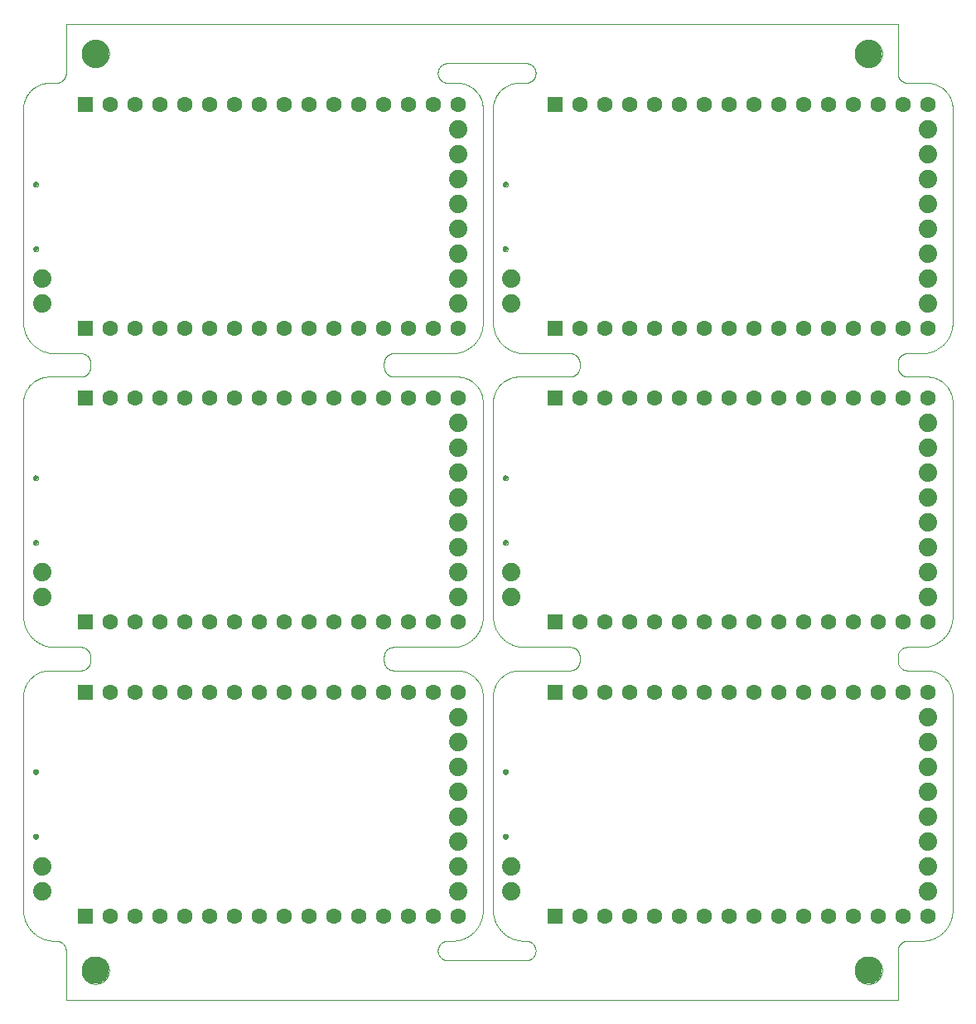
<source format=gbs>
G04 EAGLE Gerber X2 export*
%TF.Part,Single*%
%TF.FileFunction,Other,Solder Mask bottom*%
%TF.FilePolarity,Positive*%
%TF.GenerationSoftware,Autodesk,EAGLE,9.1.3*%
%TF.CreationDate,2019-01-27T15:07:08Z*%
G75*
%MOMM*%
%FSLAX34Y34*%
%LPD*%
%AMOC8*
5,1,8,0,0,1.08239X$1,22.5*%
G01*
%ADD10C,0.000000*%
%ADD11C,0.500000*%
%ADD12R,1.600000X1.600000*%
%ADD13C,1.600000*%
%ADD14C,1.879600*%
%ADD15C,2.800000*%


D10*
X6350Y249424D02*
X6350Y31750D01*
X6359Y30983D01*
X6387Y30216D01*
X6433Y29450D01*
X6498Y28686D01*
X6581Y27923D01*
X6683Y27162D01*
X6803Y26405D01*
X6941Y25650D01*
X7098Y24899D01*
X7273Y24152D01*
X7465Y23409D01*
X7676Y22671D01*
X7904Y21939D01*
X8150Y21212D01*
X8413Y20491D01*
X8694Y19777D01*
X8992Y19070D01*
X9307Y18371D01*
X9638Y17679D01*
X9987Y16995D01*
X10352Y16320D01*
X10732Y15654D01*
X11129Y14997D01*
X11542Y14351D01*
X11970Y13714D01*
X12414Y13088D01*
X12872Y12473D01*
X13345Y11869D01*
X13833Y11276D01*
X14335Y10696D01*
X14850Y10128D01*
X15380Y9572D01*
X15922Y9030D01*
X16478Y8500D01*
X17046Y7985D01*
X17626Y7483D01*
X18219Y6995D01*
X18823Y6522D01*
X19438Y6064D01*
X20064Y5620D01*
X20701Y5192D01*
X21347Y4779D01*
X22004Y4382D01*
X22670Y4002D01*
X23345Y3637D01*
X24029Y3288D01*
X24721Y2957D01*
X25420Y2642D01*
X26127Y2344D01*
X26841Y2063D01*
X27562Y1800D01*
X28289Y1554D01*
X29021Y1326D01*
X29759Y1115D01*
X30502Y923D01*
X31249Y748D01*
X32000Y591D01*
X32755Y453D01*
X33512Y333D01*
X34273Y231D01*
X35036Y148D01*
X35800Y83D01*
X36566Y37D01*
X37333Y9D01*
X38100Y0D01*
X444702Y0D02*
X445459Y9D01*
X446217Y37D01*
X446973Y82D01*
X447728Y146D01*
X448481Y229D01*
X449231Y329D01*
X449980Y447D01*
X450725Y584D01*
X451466Y739D01*
X452204Y911D01*
X452937Y1101D01*
X453666Y1309D01*
X454389Y1534D01*
X455107Y1777D01*
X455818Y2037D01*
X456523Y2314D01*
X457221Y2608D01*
X457912Y2919D01*
X458595Y3247D01*
X459270Y3591D01*
X459937Y3951D01*
X460594Y4327D01*
X461242Y4719D01*
X461881Y5126D01*
X462510Y5549D01*
X463128Y5987D01*
X463735Y6440D01*
X464332Y6907D01*
X464917Y7388D01*
X465490Y7884D01*
X466050Y8393D01*
X466599Y8915D01*
X467135Y9451D01*
X467657Y10000D01*
X468166Y10560D01*
X468662Y11133D01*
X469143Y11718D01*
X469610Y12315D01*
X470063Y12922D01*
X470501Y13540D01*
X470924Y14169D01*
X471331Y14808D01*
X471723Y15456D01*
X472099Y16113D01*
X472459Y16780D01*
X472803Y17455D01*
X473131Y18138D01*
X473442Y18829D01*
X473736Y19527D01*
X474013Y20232D01*
X474273Y20943D01*
X474516Y21661D01*
X474741Y22384D01*
X474949Y23113D01*
X475139Y23846D01*
X475311Y24584D01*
X475466Y25325D01*
X475603Y26070D01*
X475721Y26819D01*
X475821Y27569D01*
X475904Y28322D01*
X475968Y29077D01*
X476013Y29833D01*
X476041Y30591D01*
X476050Y31348D01*
X476050Y249797D01*
X476042Y250433D01*
X476019Y251068D01*
X475981Y251702D01*
X475927Y252336D01*
X475858Y252967D01*
X475774Y253597D01*
X475675Y254225D01*
X475560Y254851D01*
X475430Y255473D01*
X475286Y256092D01*
X475126Y256707D01*
X474952Y257318D01*
X474763Y257925D01*
X474559Y258527D01*
X474341Y259124D01*
X474108Y259716D01*
X473861Y260301D01*
X473601Y260881D01*
X473326Y261454D01*
X473037Y262021D01*
X472735Y262580D01*
X472419Y263132D01*
X472091Y263676D01*
X471749Y264211D01*
X471394Y264739D01*
X471027Y265258D01*
X470647Y265767D01*
X470255Y266268D01*
X469851Y266758D01*
X469435Y267239D01*
X469008Y267710D01*
X468569Y268170D01*
X468120Y268619D01*
X467660Y269058D01*
X467189Y269485D01*
X466708Y269901D01*
X466218Y270305D01*
X465717Y270697D01*
X465208Y271077D01*
X464689Y271444D01*
X464161Y271799D01*
X463626Y272141D01*
X463082Y272469D01*
X462530Y272785D01*
X461971Y273087D01*
X461404Y273376D01*
X460831Y273651D01*
X460251Y273911D01*
X459666Y274158D01*
X459074Y274391D01*
X458477Y274609D01*
X457875Y274813D01*
X457268Y275002D01*
X456657Y275176D01*
X456042Y275336D01*
X455423Y275480D01*
X454801Y275610D01*
X454175Y275725D01*
X453547Y275824D01*
X452917Y275908D01*
X452286Y275977D01*
X451652Y276031D01*
X451018Y276069D01*
X450383Y276092D01*
X449747Y276100D01*
X33026Y276100D02*
X32381Y276092D01*
X31737Y276069D01*
X31094Y276030D01*
X30451Y275975D01*
X29811Y275906D01*
X29172Y275820D01*
X28535Y275719D01*
X27901Y275603D01*
X27270Y275472D01*
X26642Y275325D01*
X26018Y275163D01*
X25398Y274986D01*
X24783Y274794D01*
X24172Y274588D01*
X23567Y274366D01*
X22967Y274131D01*
X22373Y273880D01*
X21785Y273616D01*
X21203Y273337D01*
X20629Y273044D01*
X20062Y272738D01*
X19502Y272418D01*
X18951Y272084D01*
X18407Y271738D01*
X17872Y271378D01*
X17346Y271005D01*
X16829Y270620D01*
X16322Y270223D01*
X15824Y269813D01*
X15337Y269391D01*
X14859Y268958D01*
X14393Y268513D01*
X13937Y268057D01*
X13492Y267591D01*
X13059Y267113D01*
X12637Y266626D01*
X12227Y266128D01*
X11830Y265621D01*
X11445Y265104D01*
X11072Y264578D01*
X10712Y264043D01*
X10366Y263499D01*
X10032Y262948D01*
X9712Y262388D01*
X9406Y261821D01*
X9113Y261247D01*
X8834Y260665D01*
X8570Y260077D01*
X8319Y259483D01*
X8084Y258883D01*
X7862Y258278D01*
X7656Y257667D01*
X7464Y257052D01*
X7287Y256432D01*
X7125Y255808D01*
X6978Y255180D01*
X6847Y254549D01*
X6731Y253915D01*
X6630Y253278D01*
X6544Y252639D01*
X6475Y251999D01*
X6420Y251356D01*
X6381Y250713D01*
X6358Y250069D01*
X6350Y249424D01*
X6350Y331750D02*
X6350Y549424D01*
X6350Y331750D02*
X6359Y330983D01*
X6387Y330216D01*
X6433Y329450D01*
X6498Y328686D01*
X6581Y327923D01*
X6683Y327162D01*
X6803Y326405D01*
X6941Y325650D01*
X7098Y324899D01*
X7273Y324152D01*
X7465Y323409D01*
X7676Y322671D01*
X7904Y321939D01*
X8150Y321212D01*
X8413Y320491D01*
X8694Y319777D01*
X8992Y319070D01*
X9307Y318371D01*
X9638Y317679D01*
X9987Y316995D01*
X10352Y316320D01*
X10732Y315654D01*
X11129Y314997D01*
X11542Y314351D01*
X11970Y313714D01*
X12414Y313088D01*
X12872Y312473D01*
X13345Y311869D01*
X13833Y311276D01*
X14335Y310696D01*
X14850Y310128D01*
X15380Y309572D01*
X15922Y309030D01*
X16478Y308500D01*
X17046Y307985D01*
X17626Y307483D01*
X18219Y306995D01*
X18823Y306522D01*
X19438Y306064D01*
X20064Y305620D01*
X20701Y305192D01*
X21347Y304779D01*
X22004Y304382D01*
X22670Y304002D01*
X23345Y303637D01*
X24029Y303288D01*
X24721Y302957D01*
X25420Y302642D01*
X26127Y302344D01*
X26841Y302063D01*
X27562Y301800D01*
X28289Y301554D01*
X29021Y301326D01*
X29759Y301115D01*
X30502Y300923D01*
X31249Y300748D01*
X32000Y300591D01*
X32755Y300453D01*
X33512Y300333D01*
X34273Y300231D01*
X35036Y300148D01*
X35800Y300083D01*
X36566Y300037D01*
X37333Y300009D01*
X38100Y300000D01*
X444702Y300000D02*
X445459Y300009D01*
X446217Y300037D01*
X446973Y300082D01*
X447728Y300146D01*
X448481Y300229D01*
X449231Y300329D01*
X449980Y300447D01*
X450725Y300584D01*
X451466Y300739D01*
X452204Y300911D01*
X452937Y301101D01*
X453666Y301309D01*
X454389Y301534D01*
X455107Y301777D01*
X455818Y302037D01*
X456523Y302314D01*
X457221Y302608D01*
X457912Y302919D01*
X458595Y303247D01*
X459270Y303591D01*
X459937Y303951D01*
X460594Y304327D01*
X461242Y304719D01*
X461881Y305126D01*
X462510Y305549D01*
X463128Y305987D01*
X463735Y306440D01*
X464332Y306907D01*
X464917Y307388D01*
X465490Y307884D01*
X466050Y308393D01*
X466599Y308915D01*
X467135Y309451D01*
X467657Y310000D01*
X468166Y310560D01*
X468662Y311133D01*
X469143Y311718D01*
X469610Y312315D01*
X470063Y312922D01*
X470501Y313540D01*
X470924Y314169D01*
X471331Y314808D01*
X471723Y315456D01*
X472099Y316113D01*
X472459Y316780D01*
X472803Y317455D01*
X473131Y318138D01*
X473442Y318829D01*
X473736Y319527D01*
X474013Y320232D01*
X474273Y320943D01*
X474516Y321661D01*
X474741Y322384D01*
X474949Y323113D01*
X475139Y323846D01*
X475311Y324584D01*
X475466Y325325D01*
X475603Y326070D01*
X475721Y326819D01*
X475821Y327569D01*
X475904Y328322D01*
X475968Y329077D01*
X476013Y329833D01*
X476041Y330591D01*
X476050Y331348D01*
X476050Y549797D01*
X476042Y550433D01*
X476019Y551068D01*
X475981Y551702D01*
X475927Y552336D01*
X475858Y552967D01*
X475774Y553597D01*
X475675Y554225D01*
X475560Y554851D01*
X475430Y555473D01*
X475286Y556092D01*
X475126Y556707D01*
X474952Y557318D01*
X474763Y557925D01*
X474559Y558527D01*
X474341Y559124D01*
X474108Y559716D01*
X473861Y560301D01*
X473601Y560881D01*
X473326Y561454D01*
X473037Y562021D01*
X472735Y562580D01*
X472419Y563132D01*
X472091Y563676D01*
X471749Y564211D01*
X471394Y564739D01*
X471027Y565258D01*
X470647Y565767D01*
X470255Y566268D01*
X469851Y566758D01*
X469435Y567239D01*
X469008Y567710D01*
X468569Y568170D01*
X468120Y568619D01*
X467660Y569058D01*
X467189Y569485D01*
X466708Y569901D01*
X466218Y570305D01*
X465717Y570697D01*
X465208Y571077D01*
X464689Y571444D01*
X464161Y571799D01*
X463626Y572141D01*
X463082Y572469D01*
X462530Y572785D01*
X461971Y573087D01*
X461404Y573376D01*
X460831Y573651D01*
X460251Y573911D01*
X459666Y574158D01*
X459074Y574391D01*
X458477Y574609D01*
X457875Y574813D01*
X457268Y575002D01*
X456657Y575176D01*
X456042Y575336D01*
X455423Y575480D01*
X454801Y575610D01*
X454175Y575725D01*
X453547Y575824D01*
X452917Y575908D01*
X452286Y575977D01*
X451652Y576031D01*
X451018Y576069D01*
X450383Y576092D01*
X449747Y576100D01*
X33026Y576100D02*
X32381Y576092D01*
X31737Y576069D01*
X31094Y576030D01*
X30451Y575975D01*
X29811Y575906D01*
X29172Y575820D01*
X28535Y575719D01*
X27901Y575603D01*
X27270Y575472D01*
X26642Y575325D01*
X26018Y575163D01*
X25398Y574986D01*
X24783Y574794D01*
X24172Y574588D01*
X23567Y574366D01*
X22967Y574131D01*
X22373Y573880D01*
X21785Y573616D01*
X21203Y573337D01*
X20629Y573044D01*
X20062Y572738D01*
X19502Y572418D01*
X18951Y572084D01*
X18407Y571738D01*
X17872Y571378D01*
X17346Y571005D01*
X16829Y570620D01*
X16322Y570223D01*
X15824Y569813D01*
X15337Y569391D01*
X14859Y568958D01*
X14393Y568513D01*
X13937Y568057D01*
X13492Y567591D01*
X13059Y567113D01*
X12637Y566626D01*
X12227Y566128D01*
X11830Y565621D01*
X11445Y565104D01*
X11072Y564578D01*
X10712Y564043D01*
X10366Y563499D01*
X10032Y562948D01*
X9712Y562388D01*
X9406Y561821D01*
X9113Y561247D01*
X8834Y560665D01*
X8570Y560077D01*
X8319Y559483D01*
X8084Y558883D01*
X7862Y558278D01*
X7656Y557667D01*
X7464Y557052D01*
X7287Y556432D01*
X7125Y555808D01*
X6978Y555180D01*
X6847Y554549D01*
X6731Y553915D01*
X6630Y553278D01*
X6544Y552639D01*
X6475Y551999D01*
X6420Y551356D01*
X6381Y550713D01*
X6358Y550069D01*
X6350Y549424D01*
X6350Y631750D02*
X6350Y849424D01*
X6350Y631750D02*
X6359Y630983D01*
X6387Y630216D01*
X6433Y629450D01*
X6498Y628686D01*
X6581Y627923D01*
X6683Y627162D01*
X6803Y626405D01*
X6941Y625650D01*
X7098Y624899D01*
X7273Y624152D01*
X7465Y623409D01*
X7676Y622671D01*
X7904Y621939D01*
X8150Y621212D01*
X8413Y620491D01*
X8694Y619777D01*
X8992Y619070D01*
X9307Y618371D01*
X9638Y617679D01*
X9987Y616995D01*
X10352Y616320D01*
X10732Y615654D01*
X11129Y614997D01*
X11542Y614351D01*
X11970Y613714D01*
X12414Y613088D01*
X12872Y612473D01*
X13345Y611869D01*
X13833Y611276D01*
X14335Y610696D01*
X14850Y610128D01*
X15380Y609572D01*
X15922Y609030D01*
X16478Y608500D01*
X17046Y607985D01*
X17626Y607483D01*
X18219Y606995D01*
X18823Y606522D01*
X19438Y606064D01*
X20064Y605620D01*
X20701Y605192D01*
X21347Y604779D01*
X22004Y604382D01*
X22670Y604002D01*
X23345Y603637D01*
X24029Y603288D01*
X24721Y602957D01*
X25420Y602642D01*
X26127Y602344D01*
X26841Y602063D01*
X27562Y601800D01*
X28289Y601554D01*
X29021Y601326D01*
X29759Y601115D01*
X30502Y600923D01*
X31249Y600748D01*
X32000Y600591D01*
X32755Y600453D01*
X33512Y600333D01*
X34273Y600231D01*
X35036Y600148D01*
X35800Y600083D01*
X36566Y600037D01*
X37333Y600009D01*
X38100Y600000D01*
X444702Y600000D02*
X445459Y600009D01*
X446217Y600037D01*
X446973Y600082D01*
X447728Y600146D01*
X448481Y600229D01*
X449231Y600329D01*
X449980Y600447D01*
X450725Y600584D01*
X451466Y600739D01*
X452204Y600911D01*
X452937Y601101D01*
X453666Y601309D01*
X454389Y601534D01*
X455107Y601777D01*
X455818Y602037D01*
X456523Y602314D01*
X457221Y602608D01*
X457912Y602919D01*
X458595Y603247D01*
X459270Y603591D01*
X459937Y603951D01*
X460594Y604327D01*
X461242Y604719D01*
X461881Y605126D01*
X462510Y605549D01*
X463128Y605987D01*
X463735Y606440D01*
X464332Y606907D01*
X464917Y607388D01*
X465490Y607884D01*
X466050Y608393D01*
X466599Y608915D01*
X467135Y609451D01*
X467657Y610000D01*
X468166Y610560D01*
X468662Y611133D01*
X469143Y611718D01*
X469610Y612315D01*
X470063Y612922D01*
X470501Y613540D01*
X470924Y614169D01*
X471331Y614808D01*
X471723Y615456D01*
X472099Y616113D01*
X472459Y616780D01*
X472803Y617455D01*
X473131Y618138D01*
X473442Y618829D01*
X473736Y619527D01*
X474013Y620232D01*
X474273Y620943D01*
X474516Y621661D01*
X474741Y622384D01*
X474949Y623113D01*
X475139Y623846D01*
X475311Y624584D01*
X475466Y625325D01*
X475603Y626070D01*
X475721Y626819D01*
X475821Y627569D01*
X475904Y628322D01*
X475968Y629077D01*
X476013Y629833D01*
X476041Y630591D01*
X476050Y631348D01*
X476050Y849797D01*
X476042Y850433D01*
X476019Y851068D01*
X475981Y851702D01*
X475927Y852336D01*
X475858Y852967D01*
X475774Y853597D01*
X475675Y854225D01*
X475560Y854851D01*
X475430Y855473D01*
X475286Y856092D01*
X475126Y856707D01*
X474952Y857318D01*
X474763Y857925D01*
X474559Y858527D01*
X474341Y859124D01*
X474108Y859716D01*
X473861Y860301D01*
X473601Y860881D01*
X473326Y861454D01*
X473037Y862021D01*
X472735Y862580D01*
X472419Y863132D01*
X472091Y863676D01*
X471749Y864211D01*
X471394Y864739D01*
X471027Y865258D01*
X470647Y865767D01*
X470255Y866268D01*
X469851Y866758D01*
X469435Y867239D01*
X469008Y867710D01*
X468569Y868170D01*
X468120Y868619D01*
X467660Y869058D01*
X467189Y869485D01*
X466708Y869901D01*
X466218Y870305D01*
X465717Y870697D01*
X465208Y871077D01*
X464689Y871444D01*
X464161Y871799D01*
X463626Y872141D01*
X463082Y872469D01*
X462530Y872785D01*
X461971Y873087D01*
X461404Y873376D01*
X460831Y873651D01*
X460251Y873911D01*
X459666Y874158D01*
X459074Y874391D01*
X458477Y874609D01*
X457875Y874813D01*
X457268Y875002D01*
X456657Y875176D01*
X456042Y875336D01*
X455423Y875480D01*
X454801Y875610D01*
X454175Y875725D01*
X453547Y875824D01*
X452917Y875908D01*
X452286Y875977D01*
X451652Y876031D01*
X451018Y876069D01*
X450383Y876092D01*
X449747Y876100D01*
X33026Y876100D02*
X32381Y876092D01*
X31737Y876069D01*
X31094Y876030D01*
X30451Y875975D01*
X29811Y875906D01*
X29172Y875820D01*
X28535Y875719D01*
X27901Y875603D01*
X27270Y875472D01*
X26642Y875325D01*
X26018Y875163D01*
X25398Y874986D01*
X24783Y874794D01*
X24172Y874588D01*
X23567Y874366D01*
X22967Y874131D01*
X22373Y873880D01*
X21785Y873616D01*
X21203Y873337D01*
X20629Y873044D01*
X20062Y872738D01*
X19502Y872418D01*
X18951Y872084D01*
X18407Y871738D01*
X17872Y871378D01*
X17346Y871005D01*
X16829Y870620D01*
X16322Y870223D01*
X15824Y869813D01*
X15337Y869391D01*
X14859Y868958D01*
X14393Y868513D01*
X13937Y868057D01*
X13492Y867591D01*
X13059Y867113D01*
X12637Y866626D01*
X12227Y866128D01*
X11830Y865621D01*
X11445Y865104D01*
X11072Y864578D01*
X10712Y864043D01*
X10366Y863499D01*
X10032Y862948D01*
X9712Y862388D01*
X9406Y861821D01*
X9113Y861247D01*
X8834Y860665D01*
X8570Y860077D01*
X8319Y859483D01*
X8084Y858883D01*
X7862Y858278D01*
X7656Y857667D01*
X7464Y857052D01*
X7287Y856432D01*
X7125Y855808D01*
X6978Y855180D01*
X6847Y854549D01*
X6731Y853915D01*
X6630Y853278D01*
X6544Y852639D01*
X6475Y851999D01*
X6420Y851356D01*
X6381Y850713D01*
X6358Y850069D01*
X6350Y849424D01*
X486350Y249424D02*
X486350Y31750D01*
X486359Y30983D01*
X486387Y30216D01*
X486433Y29450D01*
X486498Y28686D01*
X486581Y27923D01*
X486683Y27162D01*
X486803Y26405D01*
X486941Y25650D01*
X487098Y24899D01*
X487273Y24152D01*
X487465Y23409D01*
X487676Y22671D01*
X487904Y21939D01*
X488150Y21212D01*
X488413Y20491D01*
X488694Y19777D01*
X488992Y19070D01*
X489307Y18371D01*
X489638Y17679D01*
X489987Y16995D01*
X490352Y16320D01*
X490732Y15654D01*
X491129Y14997D01*
X491542Y14351D01*
X491970Y13714D01*
X492414Y13088D01*
X492872Y12473D01*
X493345Y11869D01*
X493833Y11276D01*
X494335Y10696D01*
X494850Y10128D01*
X495380Y9572D01*
X495922Y9030D01*
X496478Y8500D01*
X497046Y7985D01*
X497626Y7483D01*
X498219Y6995D01*
X498823Y6522D01*
X499438Y6064D01*
X500064Y5620D01*
X500701Y5192D01*
X501347Y4779D01*
X502004Y4382D01*
X502670Y4002D01*
X503345Y3637D01*
X504029Y3288D01*
X504721Y2957D01*
X505420Y2642D01*
X506127Y2344D01*
X506841Y2063D01*
X507562Y1800D01*
X508289Y1554D01*
X509021Y1326D01*
X509759Y1115D01*
X510502Y923D01*
X511249Y748D01*
X512000Y591D01*
X512755Y453D01*
X513512Y333D01*
X514273Y231D01*
X515036Y148D01*
X515800Y83D01*
X516566Y37D01*
X517333Y9D01*
X518100Y0D01*
X924702Y0D02*
X925459Y9D01*
X926217Y37D01*
X926973Y82D01*
X927728Y146D01*
X928481Y229D01*
X929231Y329D01*
X929980Y447D01*
X930725Y584D01*
X931466Y739D01*
X932204Y911D01*
X932937Y1101D01*
X933666Y1309D01*
X934389Y1534D01*
X935107Y1777D01*
X935818Y2037D01*
X936523Y2314D01*
X937221Y2608D01*
X937912Y2919D01*
X938595Y3247D01*
X939270Y3591D01*
X939937Y3951D01*
X940594Y4327D01*
X941242Y4719D01*
X941881Y5126D01*
X942510Y5549D01*
X943128Y5987D01*
X943735Y6440D01*
X944332Y6907D01*
X944917Y7388D01*
X945490Y7884D01*
X946050Y8393D01*
X946599Y8915D01*
X947135Y9451D01*
X947657Y10000D01*
X948166Y10560D01*
X948662Y11133D01*
X949143Y11718D01*
X949610Y12315D01*
X950063Y12922D01*
X950501Y13540D01*
X950924Y14169D01*
X951331Y14808D01*
X951723Y15456D01*
X952099Y16113D01*
X952459Y16780D01*
X952803Y17455D01*
X953131Y18138D01*
X953442Y18829D01*
X953736Y19527D01*
X954013Y20232D01*
X954273Y20943D01*
X954516Y21661D01*
X954741Y22384D01*
X954949Y23113D01*
X955139Y23846D01*
X955311Y24584D01*
X955466Y25325D01*
X955603Y26070D01*
X955721Y26819D01*
X955821Y27569D01*
X955904Y28322D01*
X955968Y29077D01*
X956013Y29833D01*
X956041Y30591D01*
X956050Y31348D01*
X956050Y249797D01*
X956042Y250433D01*
X956019Y251068D01*
X955981Y251702D01*
X955927Y252336D01*
X955858Y252967D01*
X955774Y253597D01*
X955675Y254225D01*
X955560Y254851D01*
X955430Y255473D01*
X955286Y256092D01*
X955126Y256707D01*
X954952Y257318D01*
X954763Y257925D01*
X954559Y258527D01*
X954341Y259124D01*
X954108Y259716D01*
X953861Y260301D01*
X953601Y260881D01*
X953326Y261454D01*
X953037Y262021D01*
X952735Y262580D01*
X952419Y263132D01*
X952091Y263676D01*
X951749Y264211D01*
X951394Y264739D01*
X951027Y265258D01*
X950647Y265767D01*
X950255Y266268D01*
X949851Y266758D01*
X949435Y267239D01*
X949008Y267710D01*
X948569Y268170D01*
X948120Y268619D01*
X947660Y269058D01*
X947189Y269485D01*
X946708Y269901D01*
X946218Y270305D01*
X945717Y270697D01*
X945208Y271077D01*
X944689Y271444D01*
X944161Y271799D01*
X943626Y272141D01*
X943082Y272469D01*
X942530Y272785D01*
X941971Y273087D01*
X941404Y273376D01*
X940831Y273651D01*
X940251Y273911D01*
X939666Y274158D01*
X939074Y274391D01*
X938477Y274609D01*
X937875Y274813D01*
X937268Y275002D01*
X936657Y275176D01*
X936042Y275336D01*
X935423Y275480D01*
X934801Y275610D01*
X934175Y275725D01*
X933547Y275824D01*
X932917Y275908D01*
X932286Y275977D01*
X931652Y276031D01*
X931018Y276069D01*
X930383Y276092D01*
X929747Y276100D01*
X513026Y276100D02*
X512381Y276092D01*
X511737Y276069D01*
X511094Y276030D01*
X510451Y275975D01*
X509811Y275906D01*
X509172Y275820D01*
X508535Y275719D01*
X507901Y275603D01*
X507270Y275472D01*
X506642Y275325D01*
X506018Y275163D01*
X505398Y274986D01*
X504783Y274794D01*
X504172Y274588D01*
X503567Y274366D01*
X502967Y274131D01*
X502373Y273880D01*
X501785Y273616D01*
X501203Y273337D01*
X500629Y273044D01*
X500062Y272738D01*
X499502Y272418D01*
X498951Y272084D01*
X498407Y271738D01*
X497872Y271378D01*
X497346Y271005D01*
X496829Y270620D01*
X496322Y270223D01*
X495824Y269813D01*
X495337Y269391D01*
X494859Y268958D01*
X494393Y268513D01*
X493937Y268057D01*
X493492Y267591D01*
X493059Y267113D01*
X492637Y266626D01*
X492227Y266128D01*
X491830Y265621D01*
X491445Y265104D01*
X491072Y264578D01*
X490712Y264043D01*
X490366Y263499D01*
X490032Y262948D01*
X489712Y262388D01*
X489406Y261821D01*
X489113Y261247D01*
X488834Y260665D01*
X488570Y260077D01*
X488319Y259483D01*
X488084Y258883D01*
X487862Y258278D01*
X487656Y257667D01*
X487464Y257052D01*
X487287Y256432D01*
X487125Y255808D01*
X486978Y255180D01*
X486847Y254549D01*
X486731Y253915D01*
X486630Y253278D01*
X486544Y252639D01*
X486475Y251999D01*
X486420Y251356D01*
X486381Y250713D01*
X486358Y250069D01*
X486350Y249424D01*
X486350Y331750D02*
X486350Y549424D01*
X486350Y331750D02*
X486359Y330983D01*
X486387Y330216D01*
X486433Y329450D01*
X486498Y328686D01*
X486581Y327923D01*
X486683Y327162D01*
X486803Y326405D01*
X486941Y325650D01*
X487098Y324899D01*
X487273Y324152D01*
X487465Y323409D01*
X487676Y322671D01*
X487904Y321939D01*
X488150Y321212D01*
X488413Y320491D01*
X488694Y319777D01*
X488992Y319070D01*
X489307Y318371D01*
X489638Y317679D01*
X489987Y316995D01*
X490352Y316320D01*
X490732Y315654D01*
X491129Y314997D01*
X491542Y314351D01*
X491970Y313714D01*
X492414Y313088D01*
X492872Y312473D01*
X493345Y311869D01*
X493833Y311276D01*
X494335Y310696D01*
X494850Y310128D01*
X495380Y309572D01*
X495922Y309030D01*
X496478Y308500D01*
X497046Y307985D01*
X497626Y307483D01*
X498219Y306995D01*
X498823Y306522D01*
X499438Y306064D01*
X500064Y305620D01*
X500701Y305192D01*
X501347Y304779D01*
X502004Y304382D01*
X502670Y304002D01*
X503345Y303637D01*
X504029Y303288D01*
X504721Y302957D01*
X505420Y302642D01*
X506127Y302344D01*
X506841Y302063D01*
X507562Y301800D01*
X508289Y301554D01*
X509021Y301326D01*
X509759Y301115D01*
X510502Y300923D01*
X511249Y300748D01*
X512000Y300591D01*
X512755Y300453D01*
X513512Y300333D01*
X514273Y300231D01*
X515036Y300148D01*
X515800Y300083D01*
X516566Y300037D01*
X517333Y300009D01*
X518100Y300000D01*
X924702Y300000D02*
X925459Y300009D01*
X926217Y300037D01*
X926973Y300082D01*
X927728Y300146D01*
X928481Y300229D01*
X929231Y300329D01*
X929980Y300447D01*
X930725Y300584D01*
X931466Y300739D01*
X932204Y300911D01*
X932937Y301101D01*
X933666Y301309D01*
X934389Y301534D01*
X935107Y301777D01*
X935818Y302037D01*
X936523Y302314D01*
X937221Y302608D01*
X937912Y302919D01*
X938595Y303247D01*
X939270Y303591D01*
X939937Y303951D01*
X940594Y304327D01*
X941242Y304719D01*
X941881Y305126D01*
X942510Y305549D01*
X943128Y305987D01*
X943735Y306440D01*
X944332Y306907D01*
X944917Y307388D01*
X945490Y307884D01*
X946050Y308393D01*
X946599Y308915D01*
X947135Y309451D01*
X947657Y310000D01*
X948166Y310560D01*
X948662Y311133D01*
X949143Y311718D01*
X949610Y312315D01*
X950063Y312922D01*
X950501Y313540D01*
X950924Y314169D01*
X951331Y314808D01*
X951723Y315456D01*
X952099Y316113D01*
X952459Y316780D01*
X952803Y317455D01*
X953131Y318138D01*
X953442Y318829D01*
X953736Y319527D01*
X954013Y320232D01*
X954273Y320943D01*
X954516Y321661D01*
X954741Y322384D01*
X954949Y323113D01*
X955139Y323846D01*
X955311Y324584D01*
X955466Y325325D01*
X955603Y326070D01*
X955721Y326819D01*
X955821Y327569D01*
X955904Y328322D01*
X955968Y329077D01*
X956013Y329833D01*
X956041Y330591D01*
X956050Y331348D01*
X956050Y549797D01*
X956042Y550433D01*
X956019Y551068D01*
X955981Y551702D01*
X955927Y552336D01*
X955858Y552967D01*
X955774Y553597D01*
X955675Y554225D01*
X955560Y554851D01*
X955430Y555473D01*
X955286Y556092D01*
X955126Y556707D01*
X954952Y557318D01*
X954763Y557925D01*
X954559Y558527D01*
X954341Y559124D01*
X954108Y559716D01*
X953861Y560301D01*
X953601Y560881D01*
X953326Y561454D01*
X953037Y562021D01*
X952735Y562580D01*
X952419Y563132D01*
X952091Y563676D01*
X951749Y564211D01*
X951394Y564739D01*
X951027Y565258D01*
X950647Y565767D01*
X950255Y566268D01*
X949851Y566758D01*
X949435Y567239D01*
X949008Y567710D01*
X948569Y568170D01*
X948120Y568619D01*
X947660Y569058D01*
X947189Y569485D01*
X946708Y569901D01*
X946218Y570305D01*
X945717Y570697D01*
X945208Y571077D01*
X944689Y571444D01*
X944161Y571799D01*
X943626Y572141D01*
X943082Y572469D01*
X942530Y572785D01*
X941971Y573087D01*
X941404Y573376D01*
X940831Y573651D01*
X940251Y573911D01*
X939666Y574158D01*
X939074Y574391D01*
X938477Y574609D01*
X937875Y574813D01*
X937268Y575002D01*
X936657Y575176D01*
X936042Y575336D01*
X935423Y575480D01*
X934801Y575610D01*
X934175Y575725D01*
X933547Y575824D01*
X932917Y575908D01*
X932286Y575977D01*
X931652Y576031D01*
X931018Y576069D01*
X930383Y576092D01*
X929747Y576100D01*
X513026Y576100D02*
X512381Y576092D01*
X511737Y576069D01*
X511094Y576030D01*
X510451Y575975D01*
X509811Y575906D01*
X509172Y575820D01*
X508535Y575719D01*
X507901Y575603D01*
X507270Y575472D01*
X506642Y575325D01*
X506018Y575163D01*
X505398Y574986D01*
X504783Y574794D01*
X504172Y574588D01*
X503567Y574366D01*
X502967Y574131D01*
X502373Y573880D01*
X501785Y573616D01*
X501203Y573337D01*
X500629Y573044D01*
X500062Y572738D01*
X499502Y572418D01*
X498951Y572084D01*
X498407Y571738D01*
X497872Y571378D01*
X497346Y571005D01*
X496829Y570620D01*
X496322Y570223D01*
X495824Y569813D01*
X495337Y569391D01*
X494859Y568958D01*
X494393Y568513D01*
X493937Y568057D01*
X493492Y567591D01*
X493059Y567113D01*
X492637Y566626D01*
X492227Y566128D01*
X491830Y565621D01*
X491445Y565104D01*
X491072Y564578D01*
X490712Y564043D01*
X490366Y563499D01*
X490032Y562948D01*
X489712Y562388D01*
X489406Y561821D01*
X489113Y561247D01*
X488834Y560665D01*
X488570Y560077D01*
X488319Y559483D01*
X488084Y558883D01*
X487862Y558278D01*
X487656Y557667D01*
X487464Y557052D01*
X487287Y556432D01*
X487125Y555808D01*
X486978Y555180D01*
X486847Y554549D01*
X486731Y553915D01*
X486630Y553278D01*
X486544Y552639D01*
X486475Y551999D01*
X486420Y551356D01*
X486381Y550713D01*
X486358Y550069D01*
X486350Y549424D01*
X486350Y631750D02*
X486350Y849424D01*
X486350Y631750D02*
X486359Y630983D01*
X486387Y630216D01*
X486433Y629450D01*
X486498Y628686D01*
X486581Y627923D01*
X486683Y627162D01*
X486803Y626405D01*
X486941Y625650D01*
X487098Y624899D01*
X487273Y624152D01*
X487465Y623409D01*
X487676Y622671D01*
X487904Y621939D01*
X488150Y621212D01*
X488413Y620491D01*
X488694Y619777D01*
X488992Y619070D01*
X489307Y618371D01*
X489638Y617679D01*
X489987Y616995D01*
X490352Y616320D01*
X490732Y615654D01*
X491129Y614997D01*
X491542Y614351D01*
X491970Y613714D01*
X492414Y613088D01*
X492872Y612473D01*
X493345Y611869D01*
X493833Y611276D01*
X494335Y610696D01*
X494850Y610128D01*
X495380Y609572D01*
X495922Y609030D01*
X496478Y608500D01*
X497046Y607985D01*
X497626Y607483D01*
X498219Y606995D01*
X498823Y606522D01*
X499438Y606064D01*
X500064Y605620D01*
X500701Y605192D01*
X501347Y604779D01*
X502004Y604382D01*
X502670Y604002D01*
X503345Y603637D01*
X504029Y603288D01*
X504721Y602957D01*
X505420Y602642D01*
X506127Y602344D01*
X506841Y602063D01*
X507562Y601800D01*
X508289Y601554D01*
X509021Y601326D01*
X509759Y601115D01*
X510502Y600923D01*
X511249Y600748D01*
X512000Y600591D01*
X512755Y600453D01*
X513512Y600333D01*
X514273Y600231D01*
X515036Y600148D01*
X515800Y600083D01*
X516566Y600037D01*
X517333Y600009D01*
X518100Y600000D01*
X924702Y600000D02*
X925459Y600009D01*
X926217Y600037D01*
X926973Y600082D01*
X927728Y600146D01*
X928481Y600229D01*
X929231Y600329D01*
X929980Y600447D01*
X930725Y600584D01*
X931466Y600739D01*
X932204Y600911D01*
X932937Y601101D01*
X933666Y601309D01*
X934389Y601534D01*
X935107Y601777D01*
X935818Y602037D01*
X936523Y602314D01*
X937221Y602608D01*
X937912Y602919D01*
X938595Y603247D01*
X939270Y603591D01*
X939937Y603951D01*
X940594Y604327D01*
X941242Y604719D01*
X941881Y605126D01*
X942510Y605549D01*
X943128Y605987D01*
X943735Y606440D01*
X944332Y606907D01*
X944917Y607388D01*
X945490Y607884D01*
X946050Y608393D01*
X946599Y608915D01*
X947135Y609451D01*
X947657Y610000D01*
X948166Y610560D01*
X948662Y611133D01*
X949143Y611718D01*
X949610Y612315D01*
X950063Y612922D01*
X950501Y613540D01*
X950924Y614169D01*
X951331Y614808D01*
X951723Y615456D01*
X952099Y616113D01*
X952459Y616780D01*
X952803Y617455D01*
X953131Y618138D01*
X953442Y618829D01*
X953736Y619527D01*
X954013Y620232D01*
X954273Y620943D01*
X954516Y621661D01*
X954741Y622384D01*
X954949Y623113D01*
X955139Y623846D01*
X955311Y624584D01*
X955466Y625325D01*
X955603Y626070D01*
X955721Y626819D01*
X955821Y627569D01*
X955904Y628322D01*
X955968Y629077D01*
X956013Y629833D01*
X956041Y630591D01*
X956050Y631348D01*
X956050Y849797D01*
X956042Y850433D01*
X956019Y851068D01*
X955981Y851702D01*
X955927Y852336D01*
X955858Y852967D01*
X955774Y853597D01*
X955675Y854225D01*
X955560Y854851D01*
X955430Y855473D01*
X955286Y856092D01*
X955126Y856707D01*
X954952Y857318D01*
X954763Y857925D01*
X954559Y858527D01*
X954341Y859124D01*
X954108Y859716D01*
X953861Y860301D01*
X953601Y860881D01*
X953326Y861454D01*
X953037Y862021D01*
X952735Y862580D01*
X952419Y863132D01*
X952091Y863676D01*
X951749Y864211D01*
X951394Y864739D01*
X951027Y865258D01*
X950647Y865767D01*
X950255Y866268D01*
X949851Y866758D01*
X949435Y867239D01*
X949008Y867710D01*
X948569Y868170D01*
X948120Y868619D01*
X947660Y869058D01*
X947189Y869485D01*
X946708Y869901D01*
X946218Y870305D01*
X945717Y870697D01*
X945208Y871077D01*
X944689Y871444D01*
X944161Y871799D01*
X943626Y872141D01*
X943082Y872469D01*
X942530Y872785D01*
X941971Y873087D01*
X941404Y873376D01*
X940831Y873651D01*
X940251Y873911D01*
X939666Y874158D01*
X939074Y874391D01*
X938477Y874609D01*
X937875Y874813D01*
X937268Y875002D01*
X936657Y875176D01*
X936042Y875336D01*
X935423Y875480D01*
X934801Y875610D01*
X934175Y875725D01*
X933547Y875824D01*
X932917Y875908D01*
X932286Y875977D01*
X931652Y876031D01*
X931018Y876069D01*
X930383Y876092D01*
X929747Y876100D01*
X513026Y876100D02*
X512381Y876092D01*
X511737Y876069D01*
X511094Y876030D01*
X510451Y875975D01*
X509811Y875906D01*
X509172Y875820D01*
X508535Y875719D01*
X507901Y875603D01*
X507270Y875472D01*
X506642Y875325D01*
X506018Y875163D01*
X505398Y874986D01*
X504783Y874794D01*
X504172Y874588D01*
X503567Y874366D01*
X502967Y874131D01*
X502373Y873880D01*
X501785Y873616D01*
X501203Y873337D01*
X500629Y873044D01*
X500062Y872738D01*
X499502Y872418D01*
X498951Y872084D01*
X498407Y871738D01*
X497872Y871378D01*
X497346Y871005D01*
X496829Y870620D01*
X496322Y870223D01*
X495824Y869813D01*
X495337Y869391D01*
X494859Y868958D01*
X494393Y868513D01*
X493937Y868057D01*
X493492Y867591D01*
X493059Y867113D01*
X492637Y866626D01*
X492227Y866128D01*
X491830Y865621D01*
X491445Y865104D01*
X491072Y864578D01*
X490712Y864043D01*
X490366Y863499D01*
X490032Y862948D01*
X489712Y862388D01*
X489406Y861821D01*
X489113Y861247D01*
X488834Y860665D01*
X488570Y860077D01*
X488319Y859483D01*
X488084Y858883D01*
X487862Y858278D01*
X487656Y857667D01*
X487464Y857052D01*
X487287Y856432D01*
X487125Y855808D01*
X486978Y855180D01*
X486847Y854549D01*
X486731Y853915D01*
X486630Y853278D01*
X486544Y852639D01*
X486475Y851999D01*
X486420Y851356D01*
X486381Y850713D01*
X486358Y850069D01*
X486350Y849424D01*
X900000Y936100D02*
X50000Y936100D01*
X50000Y-60000D02*
X900000Y-60000D01*
X50000Y886100D02*
X50000Y936100D01*
X50000Y886100D02*
X49997Y885858D01*
X49988Y885617D01*
X49974Y885376D01*
X49953Y885135D01*
X49927Y884895D01*
X49895Y884655D01*
X49857Y884416D01*
X49814Y884179D01*
X49764Y883942D01*
X49709Y883707D01*
X49649Y883473D01*
X49582Y883241D01*
X49511Y883010D01*
X49433Y882781D01*
X49350Y882554D01*
X49262Y882329D01*
X49168Y882106D01*
X49069Y881886D01*
X48964Y881668D01*
X48855Y881453D01*
X48740Y881240D01*
X48620Y881030D01*
X48495Y880824D01*
X48365Y880620D01*
X48230Y880419D01*
X48090Y880222D01*
X47946Y880028D01*
X47797Y879838D01*
X47643Y879652D01*
X47485Y879469D01*
X47323Y879290D01*
X47156Y879115D01*
X46985Y878944D01*
X46810Y878777D01*
X46631Y878615D01*
X46448Y878457D01*
X46262Y878303D01*
X46072Y878154D01*
X45878Y878010D01*
X45681Y877870D01*
X45480Y877735D01*
X45276Y877605D01*
X45070Y877480D01*
X44860Y877360D01*
X44647Y877245D01*
X44432Y877136D01*
X44214Y877031D01*
X43994Y876932D01*
X43771Y876838D01*
X43546Y876750D01*
X43319Y876667D01*
X43090Y876589D01*
X42859Y876518D01*
X42627Y876451D01*
X42393Y876391D01*
X42158Y876336D01*
X41921Y876286D01*
X41684Y876243D01*
X41445Y876205D01*
X41205Y876173D01*
X40965Y876147D01*
X40724Y876126D01*
X40483Y876112D01*
X40242Y876103D01*
X40000Y876100D01*
X33026Y876100D01*
X900000Y886100D02*
X900000Y936100D01*
X900000Y886100D02*
X900003Y885858D01*
X900012Y885617D01*
X900026Y885376D01*
X900047Y885135D01*
X900073Y884895D01*
X900105Y884655D01*
X900143Y884416D01*
X900186Y884179D01*
X900236Y883942D01*
X900291Y883707D01*
X900351Y883473D01*
X900418Y883241D01*
X900489Y883010D01*
X900567Y882781D01*
X900650Y882554D01*
X900738Y882329D01*
X900832Y882106D01*
X900931Y881886D01*
X901036Y881668D01*
X901145Y881453D01*
X901260Y881240D01*
X901380Y881030D01*
X901505Y880824D01*
X901635Y880620D01*
X901770Y880419D01*
X901910Y880222D01*
X902054Y880028D01*
X902203Y879838D01*
X902357Y879652D01*
X902515Y879469D01*
X902677Y879290D01*
X902844Y879115D01*
X903015Y878944D01*
X903190Y878777D01*
X903369Y878615D01*
X903552Y878457D01*
X903738Y878303D01*
X903928Y878154D01*
X904122Y878010D01*
X904319Y877870D01*
X904520Y877735D01*
X904724Y877605D01*
X904930Y877480D01*
X905140Y877360D01*
X905353Y877245D01*
X905568Y877136D01*
X905786Y877031D01*
X906006Y876932D01*
X906229Y876838D01*
X906454Y876750D01*
X906681Y876667D01*
X906910Y876589D01*
X907141Y876518D01*
X907373Y876451D01*
X907607Y876391D01*
X907842Y876336D01*
X908079Y876286D01*
X908316Y876243D01*
X908555Y876205D01*
X908795Y876173D01*
X909035Y876147D01*
X909276Y876126D01*
X909517Y876112D01*
X909758Y876103D01*
X910000Y876100D01*
X929747Y876100D01*
X75000Y590000D02*
X75000Y586100D01*
X74997Y585858D01*
X74988Y585617D01*
X74974Y585376D01*
X74953Y585135D01*
X74927Y584895D01*
X74895Y584655D01*
X74857Y584416D01*
X74814Y584179D01*
X74764Y583942D01*
X74709Y583707D01*
X74649Y583473D01*
X74582Y583241D01*
X74511Y583010D01*
X74433Y582781D01*
X74350Y582554D01*
X74262Y582329D01*
X74168Y582106D01*
X74069Y581886D01*
X73964Y581668D01*
X73855Y581453D01*
X73740Y581240D01*
X73620Y581030D01*
X73495Y580824D01*
X73365Y580620D01*
X73230Y580419D01*
X73090Y580222D01*
X72946Y580028D01*
X72797Y579838D01*
X72643Y579652D01*
X72485Y579469D01*
X72323Y579290D01*
X72156Y579115D01*
X71985Y578944D01*
X71810Y578777D01*
X71631Y578615D01*
X71448Y578457D01*
X71262Y578303D01*
X71072Y578154D01*
X70878Y578010D01*
X70681Y577870D01*
X70480Y577735D01*
X70276Y577605D01*
X70070Y577480D01*
X69860Y577360D01*
X69647Y577245D01*
X69432Y577136D01*
X69214Y577031D01*
X68994Y576932D01*
X68771Y576838D01*
X68546Y576750D01*
X68319Y576667D01*
X68090Y576589D01*
X67859Y576518D01*
X67627Y576451D01*
X67393Y576391D01*
X67158Y576336D01*
X66921Y576286D01*
X66684Y576243D01*
X66445Y576205D01*
X66205Y576173D01*
X65965Y576147D01*
X65724Y576126D01*
X65483Y576112D01*
X65242Y576103D01*
X65000Y576100D01*
X33026Y576100D01*
X375000Y586100D02*
X375000Y590000D01*
X375000Y586100D02*
X375003Y585858D01*
X375012Y585617D01*
X375026Y585376D01*
X375047Y585135D01*
X375073Y584895D01*
X375105Y584655D01*
X375143Y584416D01*
X375186Y584179D01*
X375236Y583942D01*
X375291Y583707D01*
X375351Y583473D01*
X375418Y583241D01*
X375489Y583010D01*
X375567Y582781D01*
X375650Y582554D01*
X375738Y582329D01*
X375832Y582106D01*
X375931Y581886D01*
X376036Y581668D01*
X376145Y581453D01*
X376260Y581240D01*
X376380Y581030D01*
X376505Y580824D01*
X376635Y580620D01*
X376770Y580419D01*
X376910Y580222D01*
X377054Y580028D01*
X377203Y579838D01*
X377357Y579652D01*
X377515Y579469D01*
X377677Y579290D01*
X377844Y579115D01*
X378015Y578944D01*
X378190Y578777D01*
X378369Y578615D01*
X378552Y578457D01*
X378738Y578303D01*
X378928Y578154D01*
X379122Y578010D01*
X379319Y577870D01*
X379520Y577735D01*
X379724Y577605D01*
X379930Y577480D01*
X380140Y577360D01*
X380353Y577245D01*
X380568Y577136D01*
X380786Y577031D01*
X381006Y576932D01*
X381229Y576838D01*
X381454Y576750D01*
X381681Y576667D01*
X381910Y576589D01*
X382141Y576518D01*
X382373Y576451D01*
X382607Y576391D01*
X382842Y576336D01*
X383079Y576286D01*
X383316Y576243D01*
X383555Y576205D01*
X383795Y576173D01*
X384035Y576147D01*
X384276Y576126D01*
X384517Y576112D01*
X384758Y576103D01*
X385000Y576100D01*
X65000Y600000D02*
X38100Y600000D01*
X65000Y600000D02*
X65242Y599997D01*
X65483Y599988D01*
X65724Y599974D01*
X65965Y599953D01*
X66205Y599927D01*
X66445Y599895D01*
X66684Y599857D01*
X66921Y599814D01*
X67158Y599764D01*
X67393Y599709D01*
X67627Y599649D01*
X67859Y599582D01*
X68090Y599511D01*
X68319Y599433D01*
X68546Y599350D01*
X68771Y599262D01*
X68994Y599168D01*
X69214Y599069D01*
X69432Y598964D01*
X69647Y598855D01*
X69860Y598740D01*
X70070Y598620D01*
X70276Y598495D01*
X70480Y598365D01*
X70681Y598230D01*
X70878Y598090D01*
X71072Y597946D01*
X71262Y597797D01*
X71448Y597643D01*
X71631Y597485D01*
X71810Y597323D01*
X71985Y597156D01*
X72156Y596985D01*
X72323Y596810D01*
X72485Y596631D01*
X72643Y596448D01*
X72797Y596262D01*
X72946Y596072D01*
X73090Y595878D01*
X73230Y595681D01*
X73365Y595480D01*
X73495Y595276D01*
X73620Y595070D01*
X73740Y594860D01*
X73855Y594647D01*
X73964Y594432D01*
X74069Y594214D01*
X74168Y593994D01*
X74262Y593771D01*
X74350Y593546D01*
X74433Y593319D01*
X74511Y593090D01*
X74582Y592859D01*
X74649Y592627D01*
X74709Y592393D01*
X74764Y592158D01*
X74814Y591921D01*
X74857Y591684D01*
X74895Y591445D01*
X74927Y591205D01*
X74953Y590965D01*
X74974Y590724D01*
X74988Y590483D01*
X74997Y590242D01*
X75000Y590000D01*
X385000Y600000D02*
X444702Y600000D01*
X385000Y600000D02*
X384758Y599997D01*
X384517Y599988D01*
X384276Y599974D01*
X384035Y599953D01*
X383795Y599927D01*
X383555Y599895D01*
X383316Y599857D01*
X383079Y599814D01*
X382842Y599764D01*
X382607Y599709D01*
X382373Y599649D01*
X382141Y599582D01*
X381910Y599511D01*
X381681Y599433D01*
X381454Y599350D01*
X381229Y599262D01*
X381006Y599168D01*
X380786Y599069D01*
X380568Y598964D01*
X380353Y598855D01*
X380140Y598740D01*
X379930Y598620D01*
X379724Y598495D01*
X379520Y598365D01*
X379319Y598230D01*
X379122Y598090D01*
X378928Y597946D01*
X378738Y597797D01*
X378552Y597643D01*
X378369Y597485D01*
X378190Y597323D01*
X378015Y597156D01*
X377844Y596985D01*
X377677Y596810D01*
X377515Y596631D01*
X377357Y596448D01*
X377203Y596262D01*
X377054Y596072D01*
X376910Y595878D01*
X376770Y595681D01*
X376635Y595480D01*
X376505Y595276D01*
X376380Y595070D01*
X376260Y594860D01*
X376145Y594647D01*
X376036Y594432D01*
X375931Y594214D01*
X375832Y593994D01*
X375738Y593771D01*
X375650Y593546D01*
X375567Y593319D01*
X375489Y593090D01*
X375418Y592859D01*
X375351Y592627D01*
X375291Y592393D01*
X375236Y592158D01*
X375186Y591921D01*
X375143Y591684D01*
X375105Y591445D01*
X375073Y591205D01*
X375047Y590965D01*
X375026Y590724D01*
X375012Y590483D01*
X375003Y590242D01*
X375000Y590000D01*
X513026Y576100D02*
X565000Y576100D01*
X565242Y576103D01*
X565483Y576112D01*
X565724Y576126D01*
X565965Y576147D01*
X566205Y576173D01*
X566445Y576205D01*
X566684Y576243D01*
X566921Y576286D01*
X567158Y576336D01*
X567393Y576391D01*
X567627Y576451D01*
X567859Y576518D01*
X568090Y576589D01*
X568319Y576667D01*
X568546Y576750D01*
X568771Y576838D01*
X568994Y576932D01*
X569214Y577031D01*
X569432Y577136D01*
X569647Y577245D01*
X569860Y577360D01*
X570070Y577480D01*
X570276Y577605D01*
X570480Y577735D01*
X570681Y577870D01*
X570878Y578010D01*
X571072Y578154D01*
X571262Y578303D01*
X571448Y578457D01*
X571631Y578615D01*
X571810Y578777D01*
X571985Y578944D01*
X572156Y579115D01*
X572323Y579290D01*
X572485Y579469D01*
X572643Y579652D01*
X572797Y579838D01*
X572946Y580028D01*
X573090Y580222D01*
X573230Y580419D01*
X573365Y580620D01*
X573495Y580824D01*
X573620Y581030D01*
X573740Y581240D01*
X573855Y581453D01*
X573964Y581668D01*
X574069Y581886D01*
X574168Y582106D01*
X574262Y582329D01*
X574350Y582554D01*
X574433Y582781D01*
X574511Y583010D01*
X574582Y583241D01*
X574649Y583473D01*
X574709Y583707D01*
X574764Y583942D01*
X574814Y584179D01*
X574857Y584416D01*
X574895Y584655D01*
X574927Y584895D01*
X574953Y585135D01*
X574974Y585376D01*
X574988Y585617D01*
X574997Y585858D01*
X575000Y586100D01*
X575000Y590000D01*
X574997Y590242D01*
X574988Y590483D01*
X574974Y590724D01*
X574953Y590965D01*
X574927Y591205D01*
X574895Y591445D01*
X574857Y591684D01*
X574814Y591921D01*
X574764Y592158D01*
X574709Y592393D01*
X574649Y592627D01*
X574582Y592859D01*
X574511Y593090D01*
X574433Y593319D01*
X574350Y593546D01*
X574262Y593771D01*
X574168Y593994D01*
X574069Y594214D01*
X573964Y594432D01*
X573855Y594647D01*
X573740Y594860D01*
X573620Y595070D01*
X573495Y595276D01*
X573365Y595480D01*
X573230Y595681D01*
X573090Y595878D01*
X572946Y596072D01*
X572797Y596262D01*
X572643Y596448D01*
X572485Y596631D01*
X572323Y596810D01*
X572156Y596985D01*
X571985Y597156D01*
X571810Y597323D01*
X571631Y597485D01*
X571448Y597643D01*
X571262Y597797D01*
X571072Y597946D01*
X570878Y598090D01*
X570681Y598230D01*
X570480Y598365D01*
X570276Y598495D01*
X570070Y598620D01*
X569860Y598740D01*
X569647Y598855D01*
X569432Y598964D01*
X569214Y599069D01*
X568994Y599168D01*
X568771Y599262D01*
X568546Y599350D01*
X568319Y599433D01*
X568090Y599511D01*
X567859Y599582D01*
X567627Y599649D01*
X567393Y599709D01*
X567158Y599764D01*
X566921Y599814D01*
X566684Y599857D01*
X566445Y599895D01*
X566205Y599927D01*
X565965Y599953D01*
X565724Y599974D01*
X565483Y599988D01*
X565242Y599997D01*
X565000Y600000D01*
X518100Y600000D01*
X513026Y276100D02*
X565000Y276100D01*
X565242Y276103D01*
X565483Y276112D01*
X565724Y276126D01*
X565965Y276147D01*
X566205Y276173D01*
X566445Y276205D01*
X566684Y276243D01*
X566921Y276286D01*
X567158Y276336D01*
X567393Y276391D01*
X567627Y276451D01*
X567859Y276518D01*
X568090Y276589D01*
X568319Y276667D01*
X568546Y276750D01*
X568771Y276838D01*
X568994Y276932D01*
X569214Y277031D01*
X569432Y277136D01*
X569647Y277245D01*
X569860Y277360D01*
X570070Y277480D01*
X570276Y277605D01*
X570480Y277735D01*
X570681Y277870D01*
X570878Y278010D01*
X571072Y278154D01*
X571262Y278303D01*
X571448Y278457D01*
X571631Y278615D01*
X571810Y278777D01*
X571985Y278944D01*
X572156Y279115D01*
X572323Y279290D01*
X572485Y279469D01*
X572643Y279652D01*
X572797Y279838D01*
X572946Y280028D01*
X573090Y280222D01*
X573230Y280419D01*
X573365Y280620D01*
X573495Y280824D01*
X573620Y281030D01*
X573740Y281240D01*
X573855Y281453D01*
X573964Y281668D01*
X574069Y281886D01*
X574168Y282106D01*
X574262Y282329D01*
X574350Y282554D01*
X574433Y282781D01*
X574511Y283010D01*
X574582Y283241D01*
X574649Y283473D01*
X574709Y283707D01*
X574764Y283942D01*
X574814Y284179D01*
X574857Y284416D01*
X574895Y284655D01*
X574927Y284895D01*
X574953Y285135D01*
X574974Y285376D01*
X574988Y285617D01*
X574997Y285858D01*
X575000Y286100D01*
X565000Y300000D02*
X518100Y300000D01*
X565000Y300000D02*
X565242Y299997D01*
X565483Y299988D01*
X565724Y299974D01*
X565965Y299953D01*
X566205Y299927D01*
X566445Y299895D01*
X566684Y299857D01*
X566921Y299814D01*
X567158Y299764D01*
X567393Y299709D01*
X567627Y299649D01*
X567859Y299582D01*
X568090Y299511D01*
X568319Y299433D01*
X568546Y299350D01*
X568771Y299262D01*
X568994Y299168D01*
X569214Y299069D01*
X569432Y298964D01*
X569647Y298855D01*
X569860Y298740D01*
X570070Y298620D01*
X570276Y298495D01*
X570480Y298365D01*
X570681Y298230D01*
X570878Y298090D01*
X571072Y297946D01*
X571262Y297797D01*
X571448Y297643D01*
X571631Y297485D01*
X571810Y297323D01*
X571985Y297156D01*
X572156Y296985D01*
X572323Y296810D01*
X572485Y296631D01*
X572643Y296448D01*
X572797Y296262D01*
X572946Y296072D01*
X573090Y295878D01*
X573230Y295681D01*
X573365Y295480D01*
X573495Y295276D01*
X573620Y295070D01*
X573740Y294860D01*
X573855Y294647D01*
X573964Y294432D01*
X574069Y294214D01*
X574168Y293994D01*
X574262Y293771D01*
X574350Y293546D01*
X574433Y293319D01*
X574511Y293090D01*
X574582Y292859D01*
X574649Y292627D01*
X574709Y292393D01*
X574764Y292158D01*
X574814Y291921D01*
X574857Y291684D01*
X574895Y291445D01*
X574927Y291205D01*
X574953Y290965D01*
X574974Y290724D01*
X574988Y290483D01*
X574997Y290242D01*
X575000Y290000D01*
X575000Y286100D01*
X75000Y286100D02*
X75000Y290000D01*
X75000Y286100D02*
X74997Y285858D01*
X74988Y285617D01*
X74974Y285376D01*
X74953Y285135D01*
X74927Y284895D01*
X74895Y284655D01*
X74857Y284416D01*
X74814Y284179D01*
X74764Y283942D01*
X74709Y283707D01*
X74649Y283473D01*
X74582Y283241D01*
X74511Y283010D01*
X74433Y282781D01*
X74350Y282554D01*
X74262Y282329D01*
X74168Y282106D01*
X74069Y281886D01*
X73964Y281668D01*
X73855Y281453D01*
X73740Y281240D01*
X73620Y281030D01*
X73495Y280824D01*
X73365Y280620D01*
X73230Y280419D01*
X73090Y280222D01*
X72946Y280028D01*
X72797Y279838D01*
X72643Y279652D01*
X72485Y279469D01*
X72323Y279290D01*
X72156Y279115D01*
X71985Y278944D01*
X71810Y278777D01*
X71631Y278615D01*
X71448Y278457D01*
X71262Y278303D01*
X71072Y278154D01*
X70878Y278010D01*
X70681Y277870D01*
X70480Y277735D01*
X70276Y277605D01*
X70070Y277480D01*
X69860Y277360D01*
X69647Y277245D01*
X69432Y277136D01*
X69214Y277031D01*
X68994Y276932D01*
X68771Y276838D01*
X68546Y276750D01*
X68319Y276667D01*
X68090Y276589D01*
X67859Y276518D01*
X67627Y276451D01*
X67393Y276391D01*
X67158Y276336D01*
X66921Y276286D01*
X66684Y276243D01*
X66445Y276205D01*
X66205Y276173D01*
X65965Y276147D01*
X65724Y276126D01*
X65483Y276112D01*
X65242Y276103D01*
X65000Y276100D01*
X33026Y276100D01*
X65000Y300000D02*
X65242Y299997D01*
X65483Y299988D01*
X65724Y299974D01*
X65965Y299953D01*
X66205Y299927D01*
X66445Y299895D01*
X66684Y299857D01*
X66921Y299814D01*
X67158Y299764D01*
X67393Y299709D01*
X67627Y299649D01*
X67859Y299582D01*
X68090Y299511D01*
X68319Y299433D01*
X68546Y299350D01*
X68771Y299262D01*
X68994Y299168D01*
X69214Y299069D01*
X69432Y298964D01*
X69647Y298855D01*
X69860Y298740D01*
X70070Y298620D01*
X70276Y298495D01*
X70480Y298365D01*
X70681Y298230D01*
X70878Y298090D01*
X71072Y297946D01*
X71262Y297797D01*
X71448Y297643D01*
X71631Y297485D01*
X71810Y297323D01*
X71985Y297156D01*
X72156Y296985D01*
X72323Y296810D01*
X72485Y296631D01*
X72643Y296448D01*
X72797Y296262D01*
X72946Y296072D01*
X73090Y295878D01*
X73230Y295681D01*
X73365Y295480D01*
X73495Y295276D01*
X73620Y295070D01*
X73740Y294860D01*
X73855Y294647D01*
X73964Y294432D01*
X74069Y294214D01*
X74168Y293994D01*
X74262Y293771D01*
X74350Y293546D01*
X74433Y293319D01*
X74511Y293090D01*
X74582Y292859D01*
X74649Y292627D01*
X74709Y292393D01*
X74764Y292158D01*
X74814Y291921D01*
X74857Y291684D01*
X74895Y291445D01*
X74927Y291205D01*
X74953Y290965D01*
X74974Y290724D01*
X74988Y290483D01*
X74997Y290242D01*
X75000Y290000D01*
X65000Y300000D02*
X38100Y300000D01*
X375000Y290000D02*
X375000Y286100D01*
X375003Y285858D01*
X375012Y285617D01*
X375026Y285376D01*
X375047Y285135D01*
X375073Y284895D01*
X375105Y284655D01*
X375143Y284416D01*
X375186Y284179D01*
X375236Y283942D01*
X375291Y283707D01*
X375351Y283473D01*
X375418Y283241D01*
X375489Y283010D01*
X375567Y282781D01*
X375650Y282554D01*
X375738Y282329D01*
X375832Y282106D01*
X375931Y281886D01*
X376036Y281668D01*
X376145Y281453D01*
X376260Y281240D01*
X376380Y281030D01*
X376505Y280824D01*
X376635Y280620D01*
X376770Y280419D01*
X376910Y280222D01*
X377054Y280028D01*
X377203Y279838D01*
X377357Y279652D01*
X377515Y279469D01*
X377677Y279290D01*
X377844Y279115D01*
X378015Y278944D01*
X378190Y278777D01*
X378369Y278615D01*
X378552Y278457D01*
X378738Y278303D01*
X378928Y278154D01*
X379122Y278010D01*
X379319Y277870D01*
X379520Y277735D01*
X379724Y277605D01*
X379930Y277480D01*
X380140Y277360D01*
X380353Y277245D01*
X380568Y277136D01*
X380786Y277031D01*
X381006Y276932D01*
X381229Y276838D01*
X381454Y276750D01*
X381681Y276667D01*
X381910Y276589D01*
X382141Y276518D01*
X382373Y276451D01*
X382607Y276391D01*
X382842Y276336D01*
X383079Y276286D01*
X383316Y276243D01*
X383555Y276205D01*
X383795Y276173D01*
X384035Y276147D01*
X384276Y276126D01*
X384517Y276112D01*
X384758Y276103D01*
X385000Y276100D01*
X449747Y276100D01*
X385000Y300000D02*
X384758Y299997D01*
X384517Y299988D01*
X384276Y299974D01*
X384035Y299953D01*
X383795Y299927D01*
X383555Y299895D01*
X383316Y299857D01*
X383079Y299814D01*
X382842Y299764D01*
X382607Y299709D01*
X382373Y299649D01*
X382141Y299582D01*
X381910Y299511D01*
X381681Y299433D01*
X381454Y299350D01*
X381229Y299262D01*
X381006Y299168D01*
X380786Y299069D01*
X380568Y298964D01*
X380353Y298855D01*
X380140Y298740D01*
X379930Y298620D01*
X379724Y298495D01*
X379520Y298365D01*
X379319Y298230D01*
X379122Y298090D01*
X378928Y297946D01*
X378738Y297797D01*
X378552Y297643D01*
X378369Y297485D01*
X378190Y297323D01*
X378015Y297156D01*
X377844Y296985D01*
X377677Y296810D01*
X377515Y296631D01*
X377357Y296448D01*
X377203Y296262D01*
X377054Y296072D01*
X376910Y295878D01*
X376770Y295681D01*
X376635Y295480D01*
X376505Y295276D01*
X376380Y295070D01*
X376260Y294860D01*
X376145Y294647D01*
X376036Y294432D01*
X375931Y294214D01*
X375832Y293994D01*
X375738Y293771D01*
X375650Y293546D01*
X375567Y293319D01*
X375489Y293090D01*
X375418Y292859D01*
X375351Y292627D01*
X375291Y292393D01*
X375236Y292158D01*
X375186Y291921D01*
X375143Y291684D01*
X375105Y291445D01*
X375073Y291205D01*
X375047Y290965D01*
X375026Y290724D01*
X375012Y290483D01*
X375003Y290242D01*
X375000Y290000D01*
X385000Y300000D02*
X444702Y300000D01*
X900000Y586100D02*
X900000Y590000D01*
X900000Y586100D02*
X900003Y585858D01*
X900012Y585617D01*
X900026Y585376D01*
X900047Y585135D01*
X900073Y584895D01*
X900105Y584655D01*
X900143Y584416D01*
X900186Y584179D01*
X900236Y583942D01*
X900291Y583707D01*
X900351Y583473D01*
X900418Y583241D01*
X900489Y583010D01*
X900567Y582781D01*
X900650Y582554D01*
X900738Y582329D01*
X900832Y582106D01*
X900931Y581886D01*
X901036Y581668D01*
X901145Y581453D01*
X901260Y581240D01*
X901380Y581030D01*
X901505Y580824D01*
X901635Y580620D01*
X901770Y580419D01*
X901910Y580222D01*
X902054Y580028D01*
X902203Y579838D01*
X902357Y579652D01*
X902515Y579469D01*
X902677Y579290D01*
X902844Y579115D01*
X903015Y578944D01*
X903190Y578777D01*
X903369Y578615D01*
X903552Y578457D01*
X903738Y578303D01*
X903928Y578154D01*
X904122Y578010D01*
X904319Y577870D01*
X904520Y577735D01*
X904724Y577605D01*
X904930Y577480D01*
X905140Y577360D01*
X905353Y577245D01*
X905568Y577136D01*
X905786Y577031D01*
X906006Y576932D01*
X906229Y576838D01*
X906454Y576750D01*
X906681Y576667D01*
X906910Y576589D01*
X907141Y576518D01*
X907373Y576451D01*
X907607Y576391D01*
X907842Y576336D01*
X908079Y576286D01*
X908316Y576243D01*
X908555Y576205D01*
X908795Y576173D01*
X909035Y576147D01*
X909276Y576126D01*
X909517Y576112D01*
X909758Y576103D01*
X910000Y576100D01*
X929747Y576100D01*
X910000Y600000D02*
X909758Y599997D01*
X909517Y599988D01*
X909276Y599974D01*
X909035Y599953D01*
X908795Y599927D01*
X908555Y599895D01*
X908316Y599857D01*
X908079Y599814D01*
X907842Y599764D01*
X907607Y599709D01*
X907373Y599649D01*
X907141Y599582D01*
X906910Y599511D01*
X906681Y599433D01*
X906454Y599350D01*
X906229Y599262D01*
X906006Y599168D01*
X905786Y599069D01*
X905568Y598964D01*
X905353Y598855D01*
X905140Y598740D01*
X904930Y598620D01*
X904724Y598495D01*
X904520Y598365D01*
X904319Y598230D01*
X904122Y598090D01*
X903928Y597946D01*
X903738Y597797D01*
X903552Y597643D01*
X903369Y597485D01*
X903190Y597323D01*
X903015Y597156D01*
X902844Y596985D01*
X902677Y596810D01*
X902515Y596631D01*
X902357Y596448D01*
X902203Y596262D01*
X902054Y596072D01*
X901910Y595878D01*
X901770Y595681D01*
X901635Y595480D01*
X901505Y595276D01*
X901380Y595070D01*
X901260Y594860D01*
X901145Y594647D01*
X901036Y594432D01*
X900931Y594214D01*
X900832Y593994D01*
X900738Y593771D01*
X900650Y593546D01*
X900567Y593319D01*
X900489Y593090D01*
X900418Y592859D01*
X900351Y592627D01*
X900291Y592393D01*
X900236Y592158D01*
X900186Y591921D01*
X900143Y591684D01*
X900105Y591445D01*
X900073Y591205D01*
X900047Y590965D01*
X900026Y590724D01*
X900012Y590483D01*
X900003Y590242D01*
X900000Y590000D01*
X910000Y600000D02*
X924702Y600000D01*
X900000Y290000D02*
X900000Y286100D01*
X900003Y285858D01*
X900012Y285617D01*
X900026Y285376D01*
X900047Y285135D01*
X900073Y284895D01*
X900105Y284655D01*
X900143Y284416D01*
X900186Y284179D01*
X900236Y283942D01*
X900291Y283707D01*
X900351Y283473D01*
X900418Y283241D01*
X900489Y283010D01*
X900567Y282781D01*
X900650Y282554D01*
X900738Y282329D01*
X900832Y282106D01*
X900931Y281886D01*
X901036Y281668D01*
X901145Y281453D01*
X901260Y281240D01*
X901380Y281030D01*
X901505Y280824D01*
X901635Y280620D01*
X901770Y280419D01*
X901910Y280222D01*
X902054Y280028D01*
X902203Y279838D01*
X902357Y279652D01*
X902515Y279469D01*
X902677Y279290D01*
X902844Y279115D01*
X903015Y278944D01*
X903190Y278777D01*
X903369Y278615D01*
X903552Y278457D01*
X903738Y278303D01*
X903928Y278154D01*
X904122Y278010D01*
X904319Y277870D01*
X904520Y277735D01*
X904724Y277605D01*
X904930Y277480D01*
X905140Y277360D01*
X905353Y277245D01*
X905568Y277136D01*
X905786Y277031D01*
X906006Y276932D01*
X906229Y276838D01*
X906454Y276750D01*
X906681Y276667D01*
X906910Y276589D01*
X907141Y276518D01*
X907373Y276451D01*
X907607Y276391D01*
X907842Y276336D01*
X908079Y276286D01*
X908316Y276243D01*
X908555Y276205D01*
X908795Y276173D01*
X909035Y276147D01*
X909276Y276126D01*
X909517Y276112D01*
X909758Y276103D01*
X910000Y276100D01*
X929747Y276100D01*
X910000Y300000D02*
X909758Y299997D01*
X909517Y299988D01*
X909276Y299974D01*
X909035Y299953D01*
X908795Y299927D01*
X908555Y299895D01*
X908316Y299857D01*
X908079Y299814D01*
X907842Y299764D01*
X907607Y299709D01*
X907373Y299649D01*
X907141Y299582D01*
X906910Y299511D01*
X906681Y299433D01*
X906454Y299350D01*
X906229Y299262D01*
X906006Y299168D01*
X905786Y299069D01*
X905568Y298964D01*
X905353Y298855D01*
X905140Y298740D01*
X904930Y298620D01*
X904724Y298495D01*
X904520Y298365D01*
X904319Y298230D01*
X904122Y298090D01*
X903928Y297946D01*
X903738Y297797D01*
X903552Y297643D01*
X903369Y297485D01*
X903190Y297323D01*
X903015Y297156D01*
X902844Y296985D01*
X902677Y296810D01*
X902515Y296631D01*
X902357Y296448D01*
X902203Y296262D01*
X902054Y296072D01*
X901910Y295878D01*
X901770Y295681D01*
X901635Y295480D01*
X901505Y295276D01*
X901380Y295070D01*
X901260Y294860D01*
X901145Y294647D01*
X901036Y294432D01*
X900931Y294214D01*
X900832Y293994D01*
X900738Y293771D01*
X900650Y293546D01*
X900567Y293319D01*
X900489Y293090D01*
X900418Y292859D01*
X900351Y292627D01*
X900291Y292393D01*
X900236Y292158D01*
X900186Y291921D01*
X900143Y291684D01*
X900105Y291445D01*
X900073Y291205D01*
X900047Y290965D01*
X900026Y290724D01*
X900012Y290483D01*
X900003Y290242D01*
X900000Y290000D01*
X910000Y300000D02*
X924702Y300000D01*
X40000Y0D02*
X38100Y0D01*
X40000Y0D02*
X40242Y-3D01*
X40483Y-12D01*
X40724Y-26D01*
X40965Y-47D01*
X41205Y-73D01*
X41445Y-105D01*
X41684Y-143D01*
X41921Y-186D01*
X42158Y-236D01*
X42393Y-291D01*
X42627Y-351D01*
X42859Y-418D01*
X43090Y-489D01*
X43319Y-567D01*
X43546Y-650D01*
X43771Y-738D01*
X43994Y-832D01*
X44214Y-931D01*
X44432Y-1036D01*
X44647Y-1145D01*
X44860Y-1260D01*
X45070Y-1380D01*
X45276Y-1505D01*
X45480Y-1635D01*
X45681Y-1770D01*
X45878Y-1910D01*
X46072Y-2054D01*
X46262Y-2203D01*
X46448Y-2357D01*
X46631Y-2515D01*
X46810Y-2677D01*
X46985Y-2844D01*
X47156Y-3015D01*
X47323Y-3190D01*
X47485Y-3369D01*
X47643Y-3552D01*
X47797Y-3738D01*
X47946Y-3928D01*
X48090Y-4122D01*
X48230Y-4319D01*
X48365Y-4520D01*
X48495Y-4724D01*
X48620Y-4930D01*
X48740Y-5140D01*
X48855Y-5353D01*
X48964Y-5568D01*
X49069Y-5786D01*
X49168Y-6006D01*
X49262Y-6229D01*
X49350Y-6454D01*
X49433Y-6681D01*
X49511Y-6910D01*
X49582Y-7141D01*
X49649Y-7373D01*
X49709Y-7607D01*
X49764Y-7842D01*
X49814Y-8079D01*
X49857Y-8316D01*
X49895Y-8555D01*
X49927Y-8795D01*
X49953Y-9035D01*
X49974Y-9276D01*
X49988Y-9517D01*
X49997Y-9758D01*
X50000Y-10000D01*
X50000Y-60000D01*
X910000Y0D02*
X924702Y0D01*
X910000Y0D02*
X909758Y-3D01*
X909517Y-12D01*
X909276Y-26D01*
X909035Y-47D01*
X908795Y-73D01*
X908555Y-105D01*
X908316Y-143D01*
X908079Y-186D01*
X907842Y-236D01*
X907607Y-291D01*
X907373Y-351D01*
X907141Y-418D01*
X906910Y-489D01*
X906681Y-567D01*
X906454Y-650D01*
X906229Y-738D01*
X906006Y-832D01*
X905786Y-931D01*
X905568Y-1036D01*
X905353Y-1145D01*
X905140Y-1260D01*
X904930Y-1380D01*
X904724Y-1505D01*
X904520Y-1635D01*
X904319Y-1770D01*
X904122Y-1910D01*
X903928Y-2054D01*
X903738Y-2203D01*
X903552Y-2357D01*
X903369Y-2515D01*
X903190Y-2677D01*
X903015Y-2844D01*
X902844Y-3015D01*
X902677Y-3190D01*
X902515Y-3369D01*
X902357Y-3552D01*
X902203Y-3738D01*
X902054Y-3928D01*
X901910Y-4122D01*
X901770Y-4319D01*
X901635Y-4520D01*
X901505Y-4724D01*
X901380Y-4930D01*
X901260Y-5140D01*
X901145Y-5353D01*
X901036Y-5568D01*
X900931Y-5786D01*
X900832Y-6006D01*
X900738Y-6229D01*
X900650Y-6454D01*
X900567Y-6681D01*
X900489Y-6910D01*
X900418Y-7141D01*
X900351Y-7373D01*
X900291Y-7607D01*
X900236Y-7842D01*
X900186Y-8079D01*
X900143Y-8316D01*
X900105Y-8555D01*
X900073Y-8795D01*
X900047Y-9035D01*
X900026Y-9276D01*
X900012Y-9517D01*
X900003Y-9758D01*
X900000Y-10000D01*
X900000Y-60000D01*
X444702Y600000D02*
X385000Y600000D01*
X385000Y576100D02*
X449747Y576100D01*
X440000Y876100D02*
X439758Y876103D01*
X439517Y876112D01*
X439276Y876126D01*
X439035Y876147D01*
X438795Y876173D01*
X438555Y876205D01*
X438316Y876243D01*
X438079Y876286D01*
X437842Y876336D01*
X437607Y876391D01*
X437373Y876451D01*
X437141Y876518D01*
X436910Y876589D01*
X436681Y876667D01*
X436454Y876750D01*
X436229Y876838D01*
X436006Y876932D01*
X435786Y877031D01*
X435568Y877136D01*
X435353Y877245D01*
X435140Y877360D01*
X434930Y877480D01*
X434724Y877605D01*
X434520Y877735D01*
X434319Y877870D01*
X434122Y878010D01*
X433928Y878154D01*
X433738Y878303D01*
X433552Y878457D01*
X433369Y878615D01*
X433190Y878777D01*
X433015Y878944D01*
X432844Y879115D01*
X432677Y879290D01*
X432515Y879469D01*
X432357Y879652D01*
X432203Y879838D01*
X432054Y880028D01*
X431910Y880222D01*
X431770Y880419D01*
X431635Y880620D01*
X431505Y880824D01*
X431380Y881030D01*
X431260Y881240D01*
X431145Y881453D01*
X431036Y881668D01*
X430931Y881886D01*
X430832Y882106D01*
X430738Y882329D01*
X430650Y882554D01*
X430567Y882781D01*
X430489Y883010D01*
X430418Y883241D01*
X430351Y883473D01*
X430291Y883707D01*
X430236Y883942D01*
X430186Y884179D01*
X430143Y884416D01*
X430105Y884655D01*
X430073Y884895D01*
X430047Y885135D01*
X430026Y885376D01*
X430012Y885617D01*
X430003Y885858D01*
X430000Y886100D01*
X440000Y876100D02*
X449747Y876100D01*
X430000Y886100D02*
X430003Y886342D01*
X430012Y886583D01*
X430026Y886824D01*
X430047Y887065D01*
X430073Y887305D01*
X430105Y887545D01*
X430143Y887784D01*
X430186Y888021D01*
X430236Y888258D01*
X430291Y888493D01*
X430351Y888727D01*
X430418Y888959D01*
X430489Y889190D01*
X430567Y889419D01*
X430650Y889646D01*
X430738Y889871D01*
X430832Y890094D01*
X430931Y890314D01*
X431036Y890532D01*
X431145Y890747D01*
X431260Y890960D01*
X431380Y891170D01*
X431505Y891376D01*
X431635Y891580D01*
X431770Y891781D01*
X431910Y891978D01*
X432054Y892172D01*
X432203Y892362D01*
X432357Y892548D01*
X432515Y892731D01*
X432677Y892910D01*
X432844Y893085D01*
X433015Y893256D01*
X433190Y893423D01*
X433369Y893585D01*
X433552Y893743D01*
X433738Y893897D01*
X433928Y894046D01*
X434122Y894190D01*
X434319Y894330D01*
X434520Y894465D01*
X434724Y894595D01*
X434930Y894720D01*
X435140Y894840D01*
X435353Y894955D01*
X435568Y895064D01*
X435786Y895169D01*
X436006Y895268D01*
X436229Y895362D01*
X436454Y895450D01*
X436681Y895533D01*
X436910Y895611D01*
X437141Y895682D01*
X437373Y895749D01*
X437607Y895809D01*
X437842Y895864D01*
X438079Y895914D01*
X438316Y895957D01*
X438555Y895995D01*
X438795Y896027D01*
X439035Y896053D01*
X439276Y896074D01*
X439517Y896088D01*
X439758Y896097D01*
X440000Y896100D01*
X520000Y896100D01*
X520242Y896097D01*
X520483Y896088D01*
X520724Y896074D01*
X520965Y896053D01*
X521205Y896027D01*
X521445Y895995D01*
X521684Y895957D01*
X521921Y895914D01*
X522158Y895864D01*
X522393Y895809D01*
X522627Y895749D01*
X522859Y895682D01*
X523090Y895611D01*
X523319Y895533D01*
X523546Y895450D01*
X523771Y895362D01*
X523994Y895268D01*
X524214Y895169D01*
X524432Y895064D01*
X524647Y894955D01*
X524860Y894840D01*
X525070Y894720D01*
X525276Y894595D01*
X525480Y894465D01*
X525681Y894330D01*
X525878Y894190D01*
X526072Y894046D01*
X526262Y893897D01*
X526448Y893743D01*
X526631Y893585D01*
X526810Y893423D01*
X526985Y893256D01*
X527156Y893085D01*
X527323Y892910D01*
X527485Y892731D01*
X527643Y892548D01*
X527797Y892362D01*
X527946Y892172D01*
X528090Y891978D01*
X528230Y891781D01*
X528365Y891580D01*
X528495Y891376D01*
X528620Y891170D01*
X528740Y890960D01*
X528855Y890747D01*
X528964Y890532D01*
X529069Y890314D01*
X529168Y890094D01*
X529262Y889871D01*
X529350Y889646D01*
X529433Y889419D01*
X529511Y889190D01*
X529582Y888959D01*
X529649Y888727D01*
X529709Y888493D01*
X529764Y888258D01*
X529814Y888021D01*
X529857Y887784D01*
X529895Y887545D01*
X529927Y887305D01*
X529953Y887065D01*
X529974Y886824D01*
X529988Y886583D01*
X529997Y886342D01*
X530000Y886100D01*
X520000Y876100D02*
X513026Y876100D01*
X520000Y876100D02*
X520242Y876103D01*
X520483Y876112D01*
X520724Y876126D01*
X520965Y876147D01*
X521205Y876173D01*
X521445Y876205D01*
X521684Y876243D01*
X521921Y876286D01*
X522158Y876336D01*
X522393Y876391D01*
X522627Y876451D01*
X522859Y876518D01*
X523090Y876589D01*
X523319Y876667D01*
X523546Y876750D01*
X523771Y876838D01*
X523994Y876932D01*
X524214Y877031D01*
X524432Y877136D01*
X524647Y877245D01*
X524860Y877360D01*
X525070Y877480D01*
X525276Y877605D01*
X525480Y877735D01*
X525681Y877870D01*
X525878Y878010D01*
X526072Y878154D01*
X526262Y878303D01*
X526448Y878457D01*
X526631Y878615D01*
X526810Y878777D01*
X526985Y878944D01*
X527156Y879115D01*
X527323Y879290D01*
X527485Y879469D01*
X527643Y879652D01*
X527797Y879838D01*
X527946Y880028D01*
X528090Y880222D01*
X528230Y880419D01*
X528365Y880620D01*
X528495Y880824D01*
X528620Y881030D01*
X528740Y881240D01*
X528855Y881453D01*
X528964Y881668D01*
X529069Y881886D01*
X529168Y882106D01*
X529262Y882329D01*
X529350Y882554D01*
X529433Y882781D01*
X529511Y883010D01*
X529582Y883241D01*
X529649Y883473D01*
X529709Y883707D01*
X529764Y883942D01*
X529814Y884179D01*
X529857Y884416D01*
X529895Y884655D01*
X529927Y884895D01*
X529953Y885135D01*
X529974Y885376D01*
X529988Y885617D01*
X529997Y885858D01*
X530000Y886100D01*
X430000Y-10000D02*
X430003Y-10242D01*
X430012Y-10483D01*
X430026Y-10724D01*
X430047Y-10965D01*
X430073Y-11205D01*
X430105Y-11445D01*
X430143Y-11684D01*
X430186Y-11921D01*
X430236Y-12158D01*
X430291Y-12393D01*
X430351Y-12627D01*
X430418Y-12859D01*
X430489Y-13090D01*
X430567Y-13319D01*
X430650Y-13546D01*
X430738Y-13771D01*
X430832Y-13994D01*
X430931Y-14214D01*
X431036Y-14432D01*
X431145Y-14647D01*
X431260Y-14860D01*
X431380Y-15070D01*
X431505Y-15276D01*
X431635Y-15480D01*
X431770Y-15681D01*
X431910Y-15878D01*
X432054Y-16072D01*
X432203Y-16262D01*
X432357Y-16448D01*
X432515Y-16631D01*
X432677Y-16810D01*
X432844Y-16985D01*
X433015Y-17156D01*
X433190Y-17323D01*
X433369Y-17485D01*
X433552Y-17643D01*
X433738Y-17797D01*
X433928Y-17946D01*
X434122Y-18090D01*
X434319Y-18230D01*
X434520Y-18365D01*
X434724Y-18495D01*
X434930Y-18620D01*
X435140Y-18740D01*
X435353Y-18855D01*
X435568Y-18964D01*
X435786Y-19069D01*
X436006Y-19168D01*
X436229Y-19262D01*
X436454Y-19350D01*
X436681Y-19433D01*
X436910Y-19511D01*
X437141Y-19582D01*
X437373Y-19649D01*
X437607Y-19709D01*
X437842Y-19764D01*
X438079Y-19814D01*
X438316Y-19857D01*
X438555Y-19895D01*
X438795Y-19927D01*
X439035Y-19953D01*
X439276Y-19974D01*
X439517Y-19988D01*
X439758Y-19997D01*
X440000Y-20000D01*
X520000Y-20000D01*
X520242Y-19997D01*
X520483Y-19988D01*
X520724Y-19974D01*
X520965Y-19953D01*
X521205Y-19927D01*
X521445Y-19895D01*
X521684Y-19857D01*
X521921Y-19814D01*
X522158Y-19764D01*
X522393Y-19709D01*
X522627Y-19649D01*
X522859Y-19582D01*
X523090Y-19511D01*
X523319Y-19433D01*
X523546Y-19350D01*
X523771Y-19262D01*
X523994Y-19168D01*
X524214Y-19069D01*
X524432Y-18964D01*
X524647Y-18855D01*
X524860Y-18740D01*
X525070Y-18620D01*
X525276Y-18495D01*
X525480Y-18365D01*
X525681Y-18230D01*
X525878Y-18090D01*
X526072Y-17946D01*
X526262Y-17797D01*
X526448Y-17643D01*
X526631Y-17485D01*
X526810Y-17323D01*
X526985Y-17156D01*
X527156Y-16985D01*
X527323Y-16810D01*
X527485Y-16631D01*
X527643Y-16448D01*
X527797Y-16262D01*
X527946Y-16072D01*
X528090Y-15878D01*
X528230Y-15681D01*
X528365Y-15480D01*
X528495Y-15276D01*
X528620Y-15070D01*
X528740Y-14860D01*
X528855Y-14647D01*
X528964Y-14432D01*
X529069Y-14214D01*
X529168Y-13994D01*
X529262Y-13771D01*
X529350Y-13546D01*
X529433Y-13319D01*
X529511Y-13090D01*
X529582Y-12859D01*
X529649Y-12627D01*
X529709Y-12393D01*
X529764Y-12158D01*
X529814Y-11921D01*
X529857Y-11684D01*
X529895Y-11445D01*
X529927Y-11205D01*
X529953Y-10965D01*
X529974Y-10724D01*
X529988Y-10483D01*
X529997Y-10242D01*
X530000Y-10000D01*
X520000Y0D02*
X518100Y0D01*
X520000Y0D02*
X520242Y-3D01*
X520483Y-12D01*
X520724Y-26D01*
X520965Y-47D01*
X521205Y-73D01*
X521445Y-105D01*
X521684Y-143D01*
X521921Y-186D01*
X522158Y-236D01*
X522393Y-291D01*
X522627Y-351D01*
X522859Y-418D01*
X523090Y-489D01*
X523319Y-567D01*
X523546Y-650D01*
X523771Y-738D01*
X523994Y-832D01*
X524214Y-931D01*
X524432Y-1036D01*
X524647Y-1145D01*
X524860Y-1260D01*
X525070Y-1380D01*
X525276Y-1505D01*
X525480Y-1635D01*
X525681Y-1770D01*
X525878Y-1910D01*
X526072Y-2054D01*
X526262Y-2203D01*
X526448Y-2357D01*
X526631Y-2515D01*
X526810Y-2677D01*
X526985Y-2844D01*
X527156Y-3015D01*
X527323Y-3190D01*
X527485Y-3369D01*
X527643Y-3552D01*
X527797Y-3738D01*
X527946Y-3928D01*
X528090Y-4122D01*
X528230Y-4319D01*
X528365Y-4520D01*
X528495Y-4724D01*
X528620Y-4930D01*
X528740Y-5140D01*
X528855Y-5353D01*
X528964Y-5568D01*
X529069Y-5786D01*
X529168Y-6006D01*
X529262Y-6229D01*
X529350Y-6454D01*
X529433Y-6681D01*
X529511Y-6910D01*
X529582Y-7141D01*
X529649Y-7373D01*
X529709Y-7607D01*
X529764Y-7842D01*
X529814Y-8079D01*
X529857Y-8316D01*
X529895Y-8555D01*
X529927Y-8795D01*
X529953Y-9035D01*
X529974Y-9276D01*
X529988Y-9517D01*
X529997Y-9758D01*
X530000Y-10000D01*
X440000Y0D02*
X439758Y-3D01*
X439517Y-12D01*
X439276Y-26D01*
X439035Y-47D01*
X438795Y-73D01*
X438555Y-105D01*
X438316Y-143D01*
X438079Y-186D01*
X437842Y-236D01*
X437607Y-291D01*
X437373Y-351D01*
X437141Y-418D01*
X436910Y-489D01*
X436681Y-567D01*
X436454Y-650D01*
X436229Y-738D01*
X436006Y-832D01*
X435786Y-931D01*
X435568Y-1036D01*
X435353Y-1145D01*
X435140Y-1260D01*
X434930Y-1380D01*
X434724Y-1505D01*
X434520Y-1635D01*
X434319Y-1770D01*
X434122Y-1910D01*
X433928Y-2054D01*
X433738Y-2203D01*
X433552Y-2357D01*
X433369Y-2515D01*
X433190Y-2677D01*
X433015Y-2844D01*
X432844Y-3015D01*
X432677Y-3190D01*
X432515Y-3369D01*
X432357Y-3552D01*
X432203Y-3738D01*
X432054Y-3928D01*
X431910Y-4122D01*
X431770Y-4319D01*
X431635Y-4520D01*
X431505Y-4724D01*
X431380Y-4930D01*
X431260Y-5140D01*
X431145Y-5353D01*
X431036Y-5568D01*
X430931Y-5786D01*
X430832Y-6006D01*
X430738Y-6229D01*
X430650Y-6454D01*
X430567Y-6681D01*
X430489Y-6910D01*
X430418Y-7141D01*
X430351Y-7373D01*
X430291Y-7607D01*
X430236Y-7842D01*
X430186Y-8079D01*
X430143Y-8316D01*
X430105Y-8555D01*
X430073Y-8795D01*
X430047Y-9035D01*
X430026Y-9276D01*
X430012Y-9517D01*
X430003Y-9758D01*
X430000Y-10000D01*
X440000Y0D02*
X444702Y0D01*
X16550Y172700D02*
X16552Y172799D01*
X16558Y172899D01*
X16568Y172998D01*
X16582Y173096D01*
X16599Y173194D01*
X16621Y173291D01*
X16646Y173387D01*
X16675Y173482D01*
X16708Y173576D01*
X16745Y173668D01*
X16785Y173759D01*
X16829Y173848D01*
X16877Y173936D01*
X16928Y174021D01*
X16982Y174104D01*
X17039Y174186D01*
X17100Y174264D01*
X17164Y174341D01*
X17230Y174414D01*
X17300Y174485D01*
X17372Y174553D01*
X17447Y174619D01*
X17525Y174681D01*
X17605Y174740D01*
X17687Y174796D01*
X17771Y174848D01*
X17858Y174897D01*
X17946Y174943D01*
X18036Y174985D01*
X18128Y175024D01*
X18221Y175059D01*
X18315Y175090D01*
X18411Y175117D01*
X18508Y175140D01*
X18605Y175160D01*
X18703Y175176D01*
X18802Y175188D01*
X18901Y175196D01*
X19000Y175200D01*
X19100Y175200D01*
X19199Y175196D01*
X19298Y175188D01*
X19397Y175176D01*
X19495Y175160D01*
X19592Y175140D01*
X19689Y175117D01*
X19785Y175090D01*
X19879Y175059D01*
X19972Y175024D01*
X20064Y174985D01*
X20154Y174943D01*
X20242Y174897D01*
X20329Y174848D01*
X20413Y174796D01*
X20495Y174740D01*
X20575Y174681D01*
X20653Y174619D01*
X20728Y174553D01*
X20800Y174485D01*
X20870Y174414D01*
X20936Y174341D01*
X21000Y174264D01*
X21061Y174186D01*
X21118Y174104D01*
X21172Y174021D01*
X21223Y173936D01*
X21271Y173848D01*
X21315Y173759D01*
X21355Y173668D01*
X21392Y173576D01*
X21425Y173482D01*
X21454Y173387D01*
X21479Y173291D01*
X21501Y173194D01*
X21518Y173096D01*
X21532Y172998D01*
X21542Y172899D01*
X21548Y172799D01*
X21550Y172700D01*
X21548Y172601D01*
X21542Y172501D01*
X21532Y172402D01*
X21518Y172304D01*
X21501Y172206D01*
X21479Y172109D01*
X21454Y172013D01*
X21425Y171918D01*
X21392Y171824D01*
X21355Y171732D01*
X21315Y171641D01*
X21271Y171552D01*
X21223Y171464D01*
X21172Y171379D01*
X21118Y171296D01*
X21061Y171214D01*
X21000Y171136D01*
X20936Y171059D01*
X20870Y170986D01*
X20800Y170915D01*
X20728Y170847D01*
X20653Y170781D01*
X20575Y170719D01*
X20495Y170660D01*
X20413Y170604D01*
X20329Y170552D01*
X20242Y170503D01*
X20154Y170457D01*
X20064Y170415D01*
X19972Y170376D01*
X19879Y170341D01*
X19785Y170310D01*
X19689Y170283D01*
X19592Y170260D01*
X19495Y170240D01*
X19397Y170224D01*
X19298Y170212D01*
X19199Y170204D01*
X19100Y170200D01*
X19000Y170200D01*
X18901Y170204D01*
X18802Y170212D01*
X18703Y170224D01*
X18605Y170240D01*
X18508Y170260D01*
X18411Y170283D01*
X18315Y170310D01*
X18221Y170341D01*
X18128Y170376D01*
X18036Y170415D01*
X17946Y170457D01*
X17858Y170503D01*
X17771Y170552D01*
X17687Y170604D01*
X17605Y170660D01*
X17525Y170719D01*
X17447Y170781D01*
X17372Y170847D01*
X17300Y170915D01*
X17230Y170986D01*
X17164Y171059D01*
X17100Y171136D01*
X17039Y171214D01*
X16982Y171296D01*
X16928Y171379D01*
X16877Y171464D01*
X16829Y171552D01*
X16785Y171641D01*
X16745Y171732D01*
X16708Y171824D01*
X16675Y171918D01*
X16646Y172013D01*
X16621Y172109D01*
X16599Y172206D01*
X16582Y172304D01*
X16568Y172402D01*
X16558Y172501D01*
X16552Y172601D01*
X16550Y172700D01*
D11*
X19050Y172700D03*
D10*
X16550Y106700D02*
X16552Y106799D01*
X16558Y106899D01*
X16568Y106998D01*
X16582Y107096D01*
X16599Y107194D01*
X16621Y107291D01*
X16646Y107387D01*
X16675Y107482D01*
X16708Y107576D01*
X16745Y107668D01*
X16785Y107759D01*
X16829Y107848D01*
X16877Y107936D01*
X16928Y108021D01*
X16982Y108104D01*
X17039Y108186D01*
X17100Y108264D01*
X17164Y108341D01*
X17230Y108414D01*
X17300Y108485D01*
X17372Y108553D01*
X17447Y108619D01*
X17525Y108681D01*
X17605Y108740D01*
X17687Y108796D01*
X17771Y108848D01*
X17858Y108897D01*
X17946Y108943D01*
X18036Y108985D01*
X18128Y109024D01*
X18221Y109059D01*
X18315Y109090D01*
X18411Y109117D01*
X18508Y109140D01*
X18605Y109160D01*
X18703Y109176D01*
X18802Y109188D01*
X18901Y109196D01*
X19000Y109200D01*
X19100Y109200D01*
X19199Y109196D01*
X19298Y109188D01*
X19397Y109176D01*
X19495Y109160D01*
X19592Y109140D01*
X19689Y109117D01*
X19785Y109090D01*
X19879Y109059D01*
X19972Y109024D01*
X20064Y108985D01*
X20154Y108943D01*
X20242Y108897D01*
X20329Y108848D01*
X20413Y108796D01*
X20495Y108740D01*
X20575Y108681D01*
X20653Y108619D01*
X20728Y108553D01*
X20800Y108485D01*
X20870Y108414D01*
X20936Y108341D01*
X21000Y108264D01*
X21061Y108186D01*
X21118Y108104D01*
X21172Y108021D01*
X21223Y107936D01*
X21271Y107848D01*
X21315Y107759D01*
X21355Y107668D01*
X21392Y107576D01*
X21425Y107482D01*
X21454Y107387D01*
X21479Y107291D01*
X21501Y107194D01*
X21518Y107096D01*
X21532Y106998D01*
X21542Y106899D01*
X21548Y106799D01*
X21550Y106700D01*
X21548Y106601D01*
X21542Y106501D01*
X21532Y106402D01*
X21518Y106304D01*
X21501Y106206D01*
X21479Y106109D01*
X21454Y106013D01*
X21425Y105918D01*
X21392Y105824D01*
X21355Y105732D01*
X21315Y105641D01*
X21271Y105552D01*
X21223Y105464D01*
X21172Y105379D01*
X21118Y105296D01*
X21061Y105214D01*
X21000Y105136D01*
X20936Y105059D01*
X20870Y104986D01*
X20800Y104915D01*
X20728Y104847D01*
X20653Y104781D01*
X20575Y104719D01*
X20495Y104660D01*
X20413Y104604D01*
X20329Y104552D01*
X20242Y104503D01*
X20154Y104457D01*
X20064Y104415D01*
X19972Y104376D01*
X19879Y104341D01*
X19785Y104310D01*
X19689Y104283D01*
X19592Y104260D01*
X19495Y104240D01*
X19397Y104224D01*
X19298Y104212D01*
X19199Y104204D01*
X19100Y104200D01*
X19000Y104200D01*
X18901Y104204D01*
X18802Y104212D01*
X18703Y104224D01*
X18605Y104240D01*
X18508Y104260D01*
X18411Y104283D01*
X18315Y104310D01*
X18221Y104341D01*
X18128Y104376D01*
X18036Y104415D01*
X17946Y104457D01*
X17858Y104503D01*
X17771Y104552D01*
X17687Y104604D01*
X17605Y104660D01*
X17525Y104719D01*
X17447Y104781D01*
X17372Y104847D01*
X17300Y104915D01*
X17230Y104986D01*
X17164Y105059D01*
X17100Y105136D01*
X17039Y105214D01*
X16982Y105296D01*
X16928Y105379D01*
X16877Y105464D01*
X16829Y105552D01*
X16785Y105641D01*
X16745Y105732D01*
X16708Y105824D01*
X16675Y105918D01*
X16646Y106013D01*
X16621Y106109D01*
X16599Y106206D01*
X16582Y106304D01*
X16568Y106402D01*
X16558Y106501D01*
X16552Y106601D01*
X16550Y106700D01*
D11*
X19050Y106700D03*
D12*
X69850Y25400D03*
D13*
X95250Y25400D03*
X120650Y25400D03*
X146050Y25400D03*
X171450Y25400D03*
X196850Y25400D03*
X222250Y25400D03*
X247650Y25400D03*
X273050Y25400D03*
X298450Y25400D03*
X323850Y25400D03*
X349250Y25400D03*
X374650Y25400D03*
X400050Y25400D03*
X425450Y25400D03*
X450850Y25400D03*
D12*
X69850Y254000D03*
D13*
X95250Y254000D03*
X120650Y254000D03*
X146050Y254000D03*
X171450Y254000D03*
X196850Y254000D03*
X222250Y254000D03*
X247650Y254000D03*
X273050Y254000D03*
X298450Y254000D03*
X323850Y254000D03*
X349250Y254000D03*
X374650Y254000D03*
X400050Y254000D03*
X425450Y254000D03*
X450850Y254000D03*
D14*
X450850Y50800D03*
X450850Y76200D03*
X450850Y101600D03*
X450850Y127000D03*
X450850Y152400D03*
X450850Y177800D03*
X450850Y203200D03*
X450850Y228600D03*
X25400Y76200D03*
X25400Y50800D03*
D10*
X16550Y472700D02*
X16552Y472799D01*
X16558Y472899D01*
X16568Y472998D01*
X16582Y473096D01*
X16599Y473194D01*
X16621Y473291D01*
X16646Y473387D01*
X16675Y473482D01*
X16708Y473576D01*
X16745Y473668D01*
X16785Y473759D01*
X16829Y473848D01*
X16877Y473936D01*
X16928Y474021D01*
X16982Y474104D01*
X17039Y474186D01*
X17100Y474264D01*
X17164Y474341D01*
X17230Y474414D01*
X17300Y474485D01*
X17372Y474553D01*
X17447Y474619D01*
X17525Y474681D01*
X17605Y474740D01*
X17687Y474796D01*
X17771Y474848D01*
X17858Y474897D01*
X17946Y474943D01*
X18036Y474985D01*
X18128Y475024D01*
X18221Y475059D01*
X18315Y475090D01*
X18411Y475117D01*
X18508Y475140D01*
X18605Y475160D01*
X18703Y475176D01*
X18802Y475188D01*
X18901Y475196D01*
X19000Y475200D01*
X19100Y475200D01*
X19199Y475196D01*
X19298Y475188D01*
X19397Y475176D01*
X19495Y475160D01*
X19592Y475140D01*
X19689Y475117D01*
X19785Y475090D01*
X19879Y475059D01*
X19972Y475024D01*
X20064Y474985D01*
X20154Y474943D01*
X20242Y474897D01*
X20329Y474848D01*
X20413Y474796D01*
X20495Y474740D01*
X20575Y474681D01*
X20653Y474619D01*
X20728Y474553D01*
X20800Y474485D01*
X20870Y474414D01*
X20936Y474341D01*
X21000Y474264D01*
X21061Y474186D01*
X21118Y474104D01*
X21172Y474021D01*
X21223Y473936D01*
X21271Y473848D01*
X21315Y473759D01*
X21355Y473668D01*
X21392Y473576D01*
X21425Y473482D01*
X21454Y473387D01*
X21479Y473291D01*
X21501Y473194D01*
X21518Y473096D01*
X21532Y472998D01*
X21542Y472899D01*
X21548Y472799D01*
X21550Y472700D01*
X21548Y472601D01*
X21542Y472501D01*
X21532Y472402D01*
X21518Y472304D01*
X21501Y472206D01*
X21479Y472109D01*
X21454Y472013D01*
X21425Y471918D01*
X21392Y471824D01*
X21355Y471732D01*
X21315Y471641D01*
X21271Y471552D01*
X21223Y471464D01*
X21172Y471379D01*
X21118Y471296D01*
X21061Y471214D01*
X21000Y471136D01*
X20936Y471059D01*
X20870Y470986D01*
X20800Y470915D01*
X20728Y470847D01*
X20653Y470781D01*
X20575Y470719D01*
X20495Y470660D01*
X20413Y470604D01*
X20329Y470552D01*
X20242Y470503D01*
X20154Y470457D01*
X20064Y470415D01*
X19972Y470376D01*
X19879Y470341D01*
X19785Y470310D01*
X19689Y470283D01*
X19592Y470260D01*
X19495Y470240D01*
X19397Y470224D01*
X19298Y470212D01*
X19199Y470204D01*
X19100Y470200D01*
X19000Y470200D01*
X18901Y470204D01*
X18802Y470212D01*
X18703Y470224D01*
X18605Y470240D01*
X18508Y470260D01*
X18411Y470283D01*
X18315Y470310D01*
X18221Y470341D01*
X18128Y470376D01*
X18036Y470415D01*
X17946Y470457D01*
X17858Y470503D01*
X17771Y470552D01*
X17687Y470604D01*
X17605Y470660D01*
X17525Y470719D01*
X17447Y470781D01*
X17372Y470847D01*
X17300Y470915D01*
X17230Y470986D01*
X17164Y471059D01*
X17100Y471136D01*
X17039Y471214D01*
X16982Y471296D01*
X16928Y471379D01*
X16877Y471464D01*
X16829Y471552D01*
X16785Y471641D01*
X16745Y471732D01*
X16708Y471824D01*
X16675Y471918D01*
X16646Y472013D01*
X16621Y472109D01*
X16599Y472206D01*
X16582Y472304D01*
X16568Y472402D01*
X16558Y472501D01*
X16552Y472601D01*
X16550Y472700D01*
D11*
X19050Y472700D03*
D10*
X16550Y406700D02*
X16552Y406799D01*
X16558Y406899D01*
X16568Y406998D01*
X16582Y407096D01*
X16599Y407194D01*
X16621Y407291D01*
X16646Y407387D01*
X16675Y407482D01*
X16708Y407576D01*
X16745Y407668D01*
X16785Y407759D01*
X16829Y407848D01*
X16877Y407936D01*
X16928Y408021D01*
X16982Y408104D01*
X17039Y408186D01*
X17100Y408264D01*
X17164Y408341D01*
X17230Y408414D01*
X17300Y408485D01*
X17372Y408553D01*
X17447Y408619D01*
X17525Y408681D01*
X17605Y408740D01*
X17687Y408796D01*
X17771Y408848D01*
X17858Y408897D01*
X17946Y408943D01*
X18036Y408985D01*
X18128Y409024D01*
X18221Y409059D01*
X18315Y409090D01*
X18411Y409117D01*
X18508Y409140D01*
X18605Y409160D01*
X18703Y409176D01*
X18802Y409188D01*
X18901Y409196D01*
X19000Y409200D01*
X19100Y409200D01*
X19199Y409196D01*
X19298Y409188D01*
X19397Y409176D01*
X19495Y409160D01*
X19592Y409140D01*
X19689Y409117D01*
X19785Y409090D01*
X19879Y409059D01*
X19972Y409024D01*
X20064Y408985D01*
X20154Y408943D01*
X20242Y408897D01*
X20329Y408848D01*
X20413Y408796D01*
X20495Y408740D01*
X20575Y408681D01*
X20653Y408619D01*
X20728Y408553D01*
X20800Y408485D01*
X20870Y408414D01*
X20936Y408341D01*
X21000Y408264D01*
X21061Y408186D01*
X21118Y408104D01*
X21172Y408021D01*
X21223Y407936D01*
X21271Y407848D01*
X21315Y407759D01*
X21355Y407668D01*
X21392Y407576D01*
X21425Y407482D01*
X21454Y407387D01*
X21479Y407291D01*
X21501Y407194D01*
X21518Y407096D01*
X21532Y406998D01*
X21542Y406899D01*
X21548Y406799D01*
X21550Y406700D01*
X21548Y406601D01*
X21542Y406501D01*
X21532Y406402D01*
X21518Y406304D01*
X21501Y406206D01*
X21479Y406109D01*
X21454Y406013D01*
X21425Y405918D01*
X21392Y405824D01*
X21355Y405732D01*
X21315Y405641D01*
X21271Y405552D01*
X21223Y405464D01*
X21172Y405379D01*
X21118Y405296D01*
X21061Y405214D01*
X21000Y405136D01*
X20936Y405059D01*
X20870Y404986D01*
X20800Y404915D01*
X20728Y404847D01*
X20653Y404781D01*
X20575Y404719D01*
X20495Y404660D01*
X20413Y404604D01*
X20329Y404552D01*
X20242Y404503D01*
X20154Y404457D01*
X20064Y404415D01*
X19972Y404376D01*
X19879Y404341D01*
X19785Y404310D01*
X19689Y404283D01*
X19592Y404260D01*
X19495Y404240D01*
X19397Y404224D01*
X19298Y404212D01*
X19199Y404204D01*
X19100Y404200D01*
X19000Y404200D01*
X18901Y404204D01*
X18802Y404212D01*
X18703Y404224D01*
X18605Y404240D01*
X18508Y404260D01*
X18411Y404283D01*
X18315Y404310D01*
X18221Y404341D01*
X18128Y404376D01*
X18036Y404415D01*
X17946Y404457D01*
X17858Y404503D01*
X17771Y404552D01*
X17687Y404604D01*
X17605Y404660D01*
X17525Y404719D01*
X17447Y404781D01*
X17372Y404847D01*
X17300Y404915D01*
X17230Y404986D01*
X17164Y405059D01*
X17100Y405136D01*
X17039Y405214D01*
X16982Y405296D01*
X16928Y405379D01*
X16877Y405464D01*
X16829Y405552D01*
X16785Y405641D01*
X16745Y405732D01*
X16708Y405824D01*
X16675Y405918D01*
X16646Y406013D01*
X16621Y406109D01*
X16599Y406206D01*
X16582Y406304D01*
X16568Y406402D01*
X16558Y406501D01*
X16552Y406601D01*
X16550Y406700D01*
D11*
X19050Y406700D03*
D12*
X69850Y325400D03*
D13*
X95250Y325400D03*
X120650Y325400D03*
X146050Y325400D03*
X171450Y325400D03*
X196850Y325400D03*
X222250Y325400D03*
X247650Y325400D03*
X273050Y325400D03*
X298450Y325400D03*
X323850Y325400D03*
X349250Y325400D03*
X374650Y325400D03*
X400050Y325400D03*
X425450Y325400D03*
X450850Y325400D03*
D12*
X69850Y554000D03*
D13*
X95250Y554000D03*
X120650Y554000D03*
X146050Y554000D03*
X171450Y554000D03*
X196850Y554000D03*
X222250Y554000D03*
X247650Y554000D03*
X273050Y554000D03*
X298450Y554000D03*
X323850Y554000D03*
X349250Y554000D03*
X374650Y554000D03*
X400050Y554000D03*
X425450Y554000D03*
X450850Y554000D03*
D14*
X450850Y350800D03*
X450850Y376200D03*
X450850Y401600D03*
X450850Y427000D03*
X450850Y452400D03*
X450850Y477800D03*
X450850Y503200D03*
X450850Y528600D03*
X25400Y376200D03*
X25400Y350800D03*
D10*
X16550Y772700D02*
X16552Y772799D01*
X16558Y772899D01*
X16568Y772998D01*
X16582Y773096D01*
X16599Y773194D01*
X16621Y773291D01*
X16646Y773387D01*
X16675Y773482D01*
X16708Y773576D01*
X16745Y773668D01*
X16785Y773759D01*
X16829Y773848D01*
X16877Y773936D01*
X16928Y774021D01*
X16982Y774104D01*
X17039Y774186D01*
X17100Y774264D01*
X17164Y774341D01*
X17230Y774414D01*
X17300Y774485D01*
X17372Y774553D01*
X17447Y774619D01*
X17525Y774681D01*
X17605Y774740D01*
X17687Y774796D01*
X17771Y774848D01*
X17858Y774897D01*
X17946Y774943D01*
X18036Y774985D01*
X18128Y775024D01*
X18221Y775059D01*
X18315Y775090D01*
X18411Y775117D01*
X18508Y775140D01*
X18605Y775160D01*
X18703Y775176D01*
X18802Y775188D01*
X18901Y775196D01*
X19000Y775200D01*
X19100Y775200D01*
X19199Y775196D01*
X19298Y775188D01*
X19397Y775176D01*
X19495Y775160D01*
X19592Y775140D01*
X19689Y775117D01*
X19785Y775090D01*
X19879Y775059D01*
X19972Y775024D01*
X20064Y774985D01*
X20154Y774943D01*
X20242Y774897D01*
X20329Y774848D01*
X20413Y774796D01*
X20495Y774740D01*
X20575Y774681D01*
X20653Y774619D01*
X20728Y774553D01*
X20800Y774485D01*
X20870Y774414D01*
X20936Y774341D01*
X21000Y774264D01*
X21061Y774186D01*
X21118Y774104D01*
X21172Y774021D01*
X21223Y773936D01*
X21271Y773848D01*
X21315Y773759D01*
X21355Y773668D01*
X21392Y773576D01*
X21425Y773482D01*
X21454Y773387D01*
X21479Y773291D01*
X21501Y773194D01*
X21518Y773096D01*
X21532Y772998D01*
X21542Y772899D01*
X21548Y772799D01*
X21550Y772700D01*
X21548Y772601D01*
X21542Y772501D01*
X21532Y772402D01*
X21518Y772304D01*
X21501Y772206D01*
X21479Y772109D01*
X21454Y772013D01*
X21425Y771918D01*
X21392Y771824D01*
X21355Y771732D01*
X21315Y771641D01*
X21271Y771552D01*
X21223Y771464D01*
X21172Y771379D01*
X21118Y771296D01*
X21061Y771214D01*
X21000Y771136D01*
X20936Y771059D01*
X20870Y770986D01*
X20800Y770915D01*
X20728Y770847D01*
X20653Y770781D01*
X20575Y770719D01*
X20495Y770660D01*
X20413Y770604D01*
X20329Y770552D01*
X20242Y770503D01*
X20154Y770457D01*
X20064Y770415D01*
X19972Y770376D01*
X19879Y770341D01*
X19785Y770310D01*
X19689Y770283D01*
X19592Y770260D01*
X19495Y770240D01*
X19397Y770224D01*
X19298Y770212D01*
X19199Y770204D01*
X19100Y770200D01*
X19000Y770200D01*
X18901Y770204D01*
X18802Y770212D01*
X18703Y770224D01*
X18605Y770240D01*
X18508Y770260D01*
X18411Y770283D01*
X18315Y770310D01*
X18221Y770341D01*
X18128Y770376D01*
X18036Y770415D01*
X17946Y770457D01*
X17858Y770503D01*
X17771Y770552D01*
X17687Y770604D01*
X17605Y770660D01*
X17525Y770719D01*
X17447Y770781D01*
X17372Y770847D01*
X17300Y770915D01*
X17230Y770986D01*
X17164Y771059D01*
X17100Y771136D01*
X17039Y771214D01*
X16982Y771296D01*
X16928Y771379D01*
X16877Y771464D01*
X16829Y771552D01*
X16785Y771641D01*
X16745Y771732D01*
X16708Y771824D01*
X16675Y771918D01*
X16646Y772013D01*
X16621Y772109D01*
X16599Y772206D01*
X16582Y772304D01*
X16568Y772402D01*
X16558Y772501D01*
X16552Y772601D01*
X16550Y772700D01*
D11*
X19050Y772700D03*
D10*
X16550Y706700D02*
X16552Y706799D01*
X16558Y706899D01*
X16568Y706998D01*
X16582Y707096D01*
X16599Y707194D01*
X16621Y707291D01*
X16646Y707387D01*
X16675Y707482D01*
X16708Y707576D01*
X16745Y707668D01*
X16785Y707759D01*
X16829Y707848D01*
X16877Y707936D01*
X16928Y708021D01*
X16982Y708104D01*
X17039Y708186D01*
X17100Y708264D01*
X17164Y708341D01*
X17230Y708414D01*
X17300Y708485D01*
X17372Y708553D01*
X17447Y708619D01*
X17525Y708681D01*
X17605Y708740D01*
X17687Y708796D01*
X17771Y708848D01*
X17858Y708897D01*
X17946Y708943D01*
X18036Y708985D01*
X18128Y709024D01*
X18221Y709059D01*
X18315Y709090D01*
X18411Y709117D01*
X18508Y709140D01*
X18605Y709160D01*
X18703Y709176D01*
X18802Y709188D01*
X18901Y709196D01*
X19000Y709200D01*
X19100Y709200D01*
X19199Y709196D01*
X19298Y709188D01*
X19397Y709176D01*
X19495Y709160D01*
X19592Y709140D01*
X19689Y709117D01*
X19785Y709090D01*
X19879Y709059D01*
X19972Y709024D01*
X20064Y708985D01*
X20154Y708943D01*
X20242Y708897D01*
X20329Y708848D01*
X20413Y708796D01*
X20495Y708740D01*
X20575Y708681D01*
X20653Y708619D01*
X20728Y708553D01*
X20800Y708485D01*
X20870Y708414D01*
X20936Y708341D01*
X21000Y708264D01*
X21061Y708186D01*
X21118Y708104D01*
X21172Y708021D01*
X21223Y707936D01*
X21271Y707848D01*
X21315Y707759D01*
X21355Y707668D01*
X21392Y707576D01*
X21425Y707482D01*
X21454Y707387D01*
X21479Y707291D01*
X21501Y707194D01*
X21518Y707096D01*
X21532Y706998D01*
X21542Y706899D01*
X21548Y706799D01*
X21550Y706700D01*
X21548Y706601D01*
X21542Y706501D01*
X21532Y706402D01*
X21518Y706304D01*
X21501Y706206D01*
X21479Y706109D01*
X21454Y706013D01*
X21425Y705918D01*
X21392Y705824D01*
X21355Y705732D01*
X21315Y705641D01*
X21271Y705552D01*
X21223Y705464D01*
X21172Y705379D01*
X21118Y705296D01*
X21061Y705214D01*
X21000Y705136D01*
X20936Y705059D01*
X20870Y704986D01*
X20800Y704915D01*
X20728Y704847D01*
X20653Y704781D01*
X20575Y704719D01*
X20495Y704660D01*
X20413Y704604D01*
X20329Y704552D01*
X20242Y704503D01*
X20154Y704457D01*
X20064Y704415D01*
X19972Y704376D01*
X19879Y704341D01*
X19785Y704310D01*
X19689Y704283D01*
X19592Y704260D01*
X19495Y704240D01*
X19397Y704224D01*
X19298Y704212D01*
X19199Y704204D01*
X19100Y704200D01*
X19000Y704200D01*
X18901Y704204D01*
X18802Y704212D01*
X18703Y704224D01*
X18605Y704240D01*
X18508Y704260D01*
X18411Y704283D01*
X18315Y704310D01*
X18221Y704341D01*
X18128Y704376D01*
X18036Y704415D01*
X17946Y704457D01*
X17858Y704503D01*
X17771Y704552D01*
X17687Y704604D01*
X17605Y704660D01*
X17525Y704719D01*
X17447Y704781D01*
X17372Y704847D01*
X17300Y704915D01*
X17230Y704986D01*
X17164Y705059D01*
X17100Y705136D01*
X17039Y705214D01*
X16982Y705296D01*
X16928Y705379D01*
X16877Y705464D01*
X16829Y705552D01*
X16785Y705641D01*
X16745Y705732D01*
X16708Y705824D01*
X16675Y705918D01*
X16646Y706013D01*
X16621Y706109D01*
X16599Y706206D01*
X16582Y706304D01*
X16568Y706402D01*
X16558Y706501D01*
X16552Y706601D01*
X16550Y706700D01*
D11*
X19050Y706700D03*
D12*
X69850Y625400D03*
D13*
X95250Y625400D03*
X120650Y625400D03*
X146050Y625400D03*
X171450Y625400D03*
X196850Y625400D03*
X222250Y625400D03*
X247650Y625400D03*
X273050Y625400D03*
X298450Y625400D03*
X323850Y625400D03*
X349250Y625400D03*
X374650Y625400D03*
X400050Y625400D03*
X425450Y625400D03*
X450850Y625400D03*
D12*
X69850Y854000D03*
D13*
X95250Y854000D03*
X120650Y854000D03*
X146050Y854000D03*
X171450Y854000D03*
X196850Y854000D03*
X222250Y854000D03*
X247650Y854000D03*
X273050Y854000D03*
X298450Y854000D03*
X323850Y854000D03*
X349250Y854000D03*
X374650Y854000D03*
X400050Y854000D03*
X425450Y854000D03*
X450850Y854000D03*
D14*
X450850Y650800D03*
X450850Y676200D03*
X450850Y701600D03*
X450850Y727000D03*
X450850Y752400D03*
X450850Y777800D03*
X450850Y803200D03*
X450850Y828600D03*
X25400Y676200D03*
X25400Y650800D03*
D10*
X496550Y172700D02*
X496552Y172799D01*
X496558Y172899D01*
X496568Y172998D01*
X496582Y173096D01*
X496599Y173194D01*
X496621Y173291D01*
X496646Y173387D01*
X496675Y173482D01*
X496708Y173576D01*
X496745Y173668D01*
X496785Y173759D01*
X496829Y173848D01*
X496877Y173936D01*
X496928Y174021D01*
X496982Y174104D01*
X497039Y174186D01*
X497100Y174264D01*
X497164Y174341D01*
X497230Y174414D01*
X497300Y174485D01*
X497372Y174553D01*
X497447Y174619D01*
X497525Y174681D01*
X497605Y174740D01*
X497687Y174796D01*
X497771Y174848D01*
X497858Y174897D01*
X497946Y174943D01*
X498036Y174985D01*
X498128Y175024D01*
X498221Y175059D01*
X498315Y175090D01*
X498411Y175117D01*
X498508Y175140D01*
X498605Y175160D01*
X498703Y175176D01*
X498802Y175188D01*
X498901Y175196D01*
X499000Y175200D01*
X499100Y175200D01*
X499199Y175196D01*
X499298Y175188D01*
X499397Y175176D01*
X499495Y175160D01*
X499592Y175140D01*
X499689Y175117D01*
X499785Y175090D01*
X499879Y175059D01*
X499972Y175024D01*
X500064Y174985D01*
X500154Y174943D01*
X500242Y174897D01*
X500329Y174848D01*
X500413Y174796D01*
X500495Y174740D01*
X500575Y174681D01*
X500653Y174619D01*
X500728Y174553D01*
X500800Y174485D01*
X500870Y174414D01*
X500936Y174341D01*
X501000Y174264D01*
X501061Y174186D01*
X501118Y174104D01*
X501172Y174021D01*
X501223Y173936D01*
X501271Y173848D01*
X501315Y173759D01*
X501355Y173668D01*
X501392Y173576D01*
X501425Y173482D01*
X501454Y173387D01*
X501479Y173291D01*
X501501Y173194D01*
X501518Y173096D01*
X501532Y172998D01*
X501542Y172899D01*
X501548Y172799D01*
X501550Y172700D01*
X501548Y172601D01*
X501542Y172501D01*
X501532Y172402D01*
X501518Y172304D01*
X501501Y172206D01*
X501479Y172109D01*
X501454Y172013D01*
X501425Y171918D01*
X501392Y171824D01*
X501355Y171732D01*
X501315Y171641D01*
X501271Y171552D01*
X501223Y171464D01*
X501172Y171379D01*
X501118Y171296D01*
X501061Y171214D01*
X501000Y171136D01*
X500936Y171059D01*
X500870Y170986D01*
X500800Y170915D01*
X500728Y170847D01*
X500653Y170781D01*
X500575Y170719D01*
X500495Y170660D01*
X500413Y170604D01*
X500329Y170552D01*
X500242Y170503D01*
X500154Y170457D01*
X500064Y170415D01*
X499972Y170376D01*
X499879Y170341D01*
X499785Y170310D01*
X499689Y170283D01*
X499592Y170260D01*
X499495Y170240D01*
X499397Y170224D01*
X499298Y170212D01*
X499199Y170204D01*
X499100Y170200D01*
X499000Y170200D01*
X498901Y170204D01*
X498802Y170212D01*
X498703Y170224D01*
X498605Y170240D01*
X498508Y170260D01*
X498411Y170283D01*
X498315Y170310D01*
X498221Y170341D01*
X498128Y170376D01*
X498036Y170415D01*
X497946Y170457D01*
X497858Y170503D01*
X497771Y170552D01*
X497687Y170604D01*
X497605Y170660D01*
X497525Y170719D01*
X497447Y170781D01*
X497372Y170847D01*
X497300Y170915D01*
X497230Y170986D01*
X497164Y171059D01*
X497100Y171136D01*
X497039Y171214D01*
X496982Y171296D01*
X496928Y171379D01*
X496877Y171464D01*
X496829Y171552D01*
X496785Y171641D01*
X496745Y171732D01*
X496708Y171824D01*
X496675Y171918D01*
X496646Y172013D01*
X496621Y172109D01*
X496599Y172206D01*
X496582Y172304D01*
X496568Y172402D01*
X496558Y172501D01*
X496552Y172601D01*
X496550Y172700D01*
D11*
X499050Y172700D03*
D10*
X496550Y106700D02*
X496552Y106799D01*
X496558Y106899D01*
X496568Y106998D01*
X496582Y107096D01*
X496599Y107194D01*
X496621Y107291D01*
X496646Y107387D01*
X496675Y107482D01*
X496708Y107576D01*
X496745Y107668D01*
X496785Y107759D01*
X496829Y107848D01*
X496877Y107936D01*
X496928Y108021D01*
X496982Y108104D01*
X497039Y108186D01*
X497100Y108264D01*
X497164Y108341D01*
X497230Y108414D01*
X497300Y108485D01*
X497372Y108553D01*
X497447Y108619D01*
X497525Y108681D01*
X497605Y108740D01*
X497687Y108796D01*
X497771Y108848D01*
X497858Y108897D01*
X497946Y108943D01*
X498036Y108985D01*
X498128Y109024D01*
X498221Y109059D01*
X498315Y109090D01*
X498411Y109117D01*
X498508Y109140D01*
X498605Y109160D01*
X498703Y109176D01*
X498802Y109188D01*
X498901Y109196D01*
X499000Y109200D01*
X499100Y109200D01*
X499199Y109196D01*
X499298Y109188D01*
X499397Y109176D01*
X499495Y109160D01*
X499592Y109140D01*
X499689Y109117D01*
X499785Y109090D01*
X499879Y109059D01*
X499972Y109024D01*
X500064Y108985D01*
X500154Y108943D01*
X500242Y108897D01*
X500329Y108848D01*
X500413Y108796D01*
X500495Y108740D01*
X500575Y108681D01*
X500653Y108619D01*
X500728Y108553D01*
X500800Y108485D01*
X500870Y108414D01*
X500936Y108341D01*
X501000Y108264D01*
X501061Y108186D01*
X501118Y108104D01*
X501172Y108021D01*
X501223Y107936D01*
X501271Y107848D01*
X501315Y107759D01*
X501355Y107668D01*
X501392Y107576D01*
X501425Y107482D01*
X501454Y107387D01*
X501479Y107291D01*
X501501Y107194D01*
X501518Y107096D01*
X501532Y106998D01*
X501542Y106899D01*
X501548Y106799D01*
X501550Y106700D01*
X501548Y106601D01*
X501542Y106501D01*
X501532Y106402D01*
X501518Y106304D01*
X501501Y106206D01*
X501479Y106109D01*
X501454Y106013D01*
X501425Y105918D01*
X501392Y105824D01*
X501355Y105732D01*
X501315Y105641D01*
X501271Y105552D01*
X501223Y105464D01*
X501172Y105379D01*
X501118Y105296D01*
X501061Y105214D01*
X501000Y105136D01*
X500936Y105059D01*
X500870Y104986D01*
X500800Y104915D01*
X500728Y104847D01*
X500653Y104781D01*
X500575Y104719D01*
X500495Y104660D01*
X500413Y104604D01*
X500329Y104552D01*
X500242Y104503D01*
X500154Y104457D01*
X500064Y104415D01*
X499972Y104376D01*
X499879Y104341D01*
X499785Y104310D01*
X499689Y104283D01*
X499592Y104260D01*
X499495Y104240D01*
X499397Y104224D01*
X499298Y104212D01*
X499199Y104204D01*
X499100Y104200D01*
X499000Y104200D01*
X498901Y104204D01*
X498802Y104212D01*
X498703Y104224D01*
X498605Y104240D01*
X498508Y104260D01*
X498411Y104283D01*
X498315Y104310D01*
X498221Y104341D01*
X498128Y104376D01*
X498036Y104415D01*
X497946Y104457D01*
X497858Y104503D01*
X497771Y104552D01*
X497687Y104604D01*
X497605Y104660D01*
X497525Y104719D01*
X497447Y104781D01*
X497372Y104847D01*
X497300Y104915D01*
X497230Y104986D01*
X497164Y105059D01*
X497100Y105136D01*
X497039Y105214D01*
X496982Y105296D01*
X496928Y105379D01*
X496877Y105464D01*
X496829Y105552D01*
X496785Y105641D01*
X496745Y105732D01*
X496708Y105824D01*
X496675Y105918D01*
X496646Y106013D01*
X496621Y106109D01*
X496599Y106206D01*
X496582Y106304D01*
X496568Y106402D01*
X496558Y106501D01*
X496552Y106601D01*
X496550Y106700D01*
D11*
X499050Y106700D03*
D12*
X549850Y25400D03*
D13*
X575250Y25400D03*
X600650Y25400D03*
X626050Y25400D03*
X651450Y25400D03*
X676850Y25400D03*
X702250Y25400D03*
X727650Y25400D03*
X753050Y25400D03*
X778450Y25400D03*
X803850Y25400D03*
X829250Y25400D03*
X854650Y25400D03*
X880050Y25400D03*
X905450Y25400D03*
X930850Y25400D03*
D12*
X549850Y254000D03*
D13*
X575250Y254000D03*
X600650Y254000D03*
X626050Y254000D03*
X651450Y254000D03*
X676850Y254000D03*
X702250Y254000D03*
X727650Y254000D03*
X753050Y254000D03*
X778450Y254000D03*
X803850Y254000D03*
X829250Y254000D03*
X854650Y254000D03*
X880050Y254000D03*
X905450Y254000D03*
X930850Y254000D03*
D14*
X930850Y50800D03*
X930850Y76200D03*
X930850Y101600D03*
X930850Y127000D03*
X930850Y152400D03*
X930850Y177800D03*
X930850Y203200D03*
X930850Y228600D03*
X505400Y76200D03*
X505400Y50800D03*
D10*
X496550Y472700D02*
X496552Y472799D01*
X496558Y472899D01*
X496568Y472998D01*
X496582Y473096D01*
X496599Y473194D01*
X496621Y473291D01*
X496646Y473387D01*
X496675Y473482D01*
X496708Y473576D01*
X496745Y473668D01*
X496785Y473759D01*
X496829Y473848D01*
X496877Y473936D01*
X496928Y474021D01*
X496982Y474104D01*
X497039Y474186D01*
X497100Y474264D01*
X497164Y474341D01*
X497230Y474414D01*
X497300Y474485D01*
X497372Y474553D01*
X497447Y474619D01*
X497525Y474681D01*
X497605Y474740D01*
X497687Y474796D01*
X497771Y474848D01*
X497858Y474897D01*
X497946Y474943D01*
X498036Y474985D01*
X498128Y475024D01*
X498221Y475059D01*
X498315Y475090D01*
X498411Y475117D01*
X498508Y475140D01*
X498605Y475160D01*
X498703Y475176D01*
X498802Y475188D01*
X498901Y475196D01*
X499000Y475200D01*
X499100Y475200D01*
X499199Y475196D01*
X499298Y475188D01*
X499397Y475176D01*
X499495Y475160D01*
X499592Y475140D01*
X499689Y475117D01*
X499785Y475090D01*
X499879Y475059D01*
X499972Y475024D01*
X500064Y474985D01*
X500154Y474943D01*
X500242Y474897D01*
X500329Y474848D01*
X500413Y474796D01*
X500495Y474740D01*
X500575Y474681D01*
X500653Y474619D01*
X500728Y474553D01*
X500800Y474485D01*
X500870Y474414D01*
X500936Y474341D01*
X501000Y474264D01*
X501061Y474186D01*
X501118Y474104D01*
X501172Y474021D01*
X501223Y473936D01*
X501271Y473848D01*
X501315Y473759D01*
X501355Y473668D01*
X501392Y473576D01*
X501425Y473482D01*
X501454Y473387D01*
X501479Y473291D01*
X501501Y473194D01*
X501518Y473096D01*
X501532Y472998D01*
X501542Y472899D01*
X501548Y472799D01*
X501550Y472700D01*
X501548Y472601D01*
X501542Y472501D01*
X501532Y472402D01*
X501518Y472304D01*
X501501Y472206D01*
X501479Y472109D01*
X501454Y472013D01*
X501425Y471918D01*
X501392Y471824D01*
X501355Y471732D01*
X501315Y471641D01*
X501271Y471552D01*
X501223Y471464D01*
X501172Y471379D01*
X501118Y471296D01*
X501061Y471214D01*
X501000Y471136D01*
X500936Y471059D01*
X500870Y470986D01*
X500800Y470915D01*
X500728Y470847D01*
X500653Y470781D01*
X500575Y470719D01*
X500495Y470660D01*
X500413Y470604D01*
X500329Y470552D01*
X500242Y470503D01*
X500154Y470457D01*
X500064Y470415D01*
X499972Y470376D01*
X499879Y470341D01*
X499785Y470310D01*
X499689Y470283D01*
X499592Y470260D01*
X499495Y470240D01*
X499397Y470224D01*
X499298Y470212D01*
X499199Y470204D01*
X499100Y470200D01*
X499000Y470200D01*
X498901Y470204D01*
X498802Y470212D01*
X498703Y470224D01*
X498605Y470240D01*
X498508Y470260D01*
X498411Y470283D01*
X498315Y470310D01*
X498221Y470341D01*
X498128Y470376D01*
X498036Y470415D01*
X497946Y470457D01*
X497858Y470503D01*
X497771Y470552D01*
X497687Y470604D01*
X497605Y470660D01*
X497525Y470719D01*
X497447Y470781D01*
X497372Y470847D01*
X497300Y470915D01*
X497230Y470986D01*
X497164Y471059D01*
X497100Y471136D01*
X497039Y471214D01*
X496982Y471296D01*
X496928Y471379D01*
X496877Y471464D01*
X496829Y471552D01*
X496785Y471641D01*
X496745Y471732D01*
X496708Y471824D01*
X496675Y471918D01*
X496646Y472013D01*
X496621Y472109D01*
X496599Y472206D01*
X496582Y472304D01*
X496568Y472402D01*
X496558Y472501D01*
X496552Y472601D01*
X496550Y472700D01*
D11*
X499050Y472700D03*
D10*
X496550Y406700D02*
X496552Y406799D01*
X496558Y406899D01*
X496568Y406998D01*
X496582Y407096D01*
X496599Y407194D01*
X496621Y407291D01*
X496646Y407387D01*
X496675Y407482D01*
X496708Y407576D01*
X496745Y407668D01*
X496785Y407759D01*
X496829Y407848D01*
X496877Y407936D01*
X496928Y408021D01*
X496982Y408104D01*
X497039Y408186D01*
X497100Y408264D01*
X497164Y408341D01*
X497230Y408414D01*
X497300Y408485D01*
X497372Y408553D01*
X497447Y408619D01*
X497525Y408681D01*
X497605Y408740D01*
X497687Y408796D01*
X497771Y408848D01*
X497858Y408897D01*
X497946Y408943D01*
X498036Y408985D01*
X498128Y409024D01*
X498221Y409059D01*
X498315Y409090D01*
X498411Y409117D01*
X498508Y409140D01*
X498605Y409160D01*
X498703Y409176D01*
X498802Y409188D01*
X498901Y409196D01*
X499000Y409200D01*
X499100Y409200D01*
X499199Y409196D01*
X499298Y409188D01*
X499397Y409176D01*
X499495Y409160D01*
X499592Y409140D01*
X499689Y409117D01*
X499785Y409090D01*
X499879Y409059D01*
X499972Y409024D01*
X500064Y408985D01*
X500154Y408943D01*
X500242Y408897D01*
X500329Y408848D01*
X500413Y408796D01*
X500495Y408740D01*
X500575Y408681D01*
X500653Y408619D01*
X500728Y408553D01*
X500800Y408485D01*
X500870Y408414D01*
X500936Y408341D01*
X501000Y408264D01*
X501061Y408186D01*
X501118Y408104D01*
X501172Y408021D01*
X501223Y407936D01*
X501271Y407848D01*
X501315Y407759D01*
X501355Y407668D01*
X501392Y407576D01*
X501425Y407482D01*
X501454Y407387D01*
X501479Y407291D01*
X501501Y407194D01*
X501518Y407096D01*
X501532Y406998D01*
X501542Y406899D01*
X501548Y406799D01*
X501550Y406700D01*
X501548Y406601D01*
X501542Y406501D01*
X501532Y406402D01*
X501518Y406304D01*
X501501Y406206D01*
X501479Y406109D01*
X501454Y406013D01*
X501425Y405918D01*
X501392Y405824D01*
X501355Y405732D01*
X501315Y405641D01*
X501271Y405552D01*
X501223Y405464D01*
X501172Y405379D01*
X501118Y405296D01*
X501061Y405214D01*
X501000Y405136D01*
X500936Y405059D01*
X500870Y404986D01*
X500800Y404915D01*
X500728Y404847D01*
X500653Y404781D01*
X500575Y404719D01*
X500495Y404660D01*
X500413Y404604D01*
X500329Y404552D01*
X500242Y404503D01*
X500154Y404457D01*
X500064Y404415D01*
X499972Y404376D01*
X499879Y404341D01*
X499785Y404310D01*
X499689Y404283D01*
X499592Y404260D01*
X499495Y404240D01*
X499397Y404224D01*
X499298Y404212D01*
X499199Y404204D01*
X499100Y404200D01*
X499000Y404200D01*
X498901Y404204D01*
X498802Y404212D01*
X498703Y404224D01*
X498605Y404240D01*
X498508Y404260D01*
X498411Y404283D01*
X498315Y404310D01*
X498221Y404341D01*
X498128Y404376D01*
X498036Y404415D01*
X497946Y404457D01*
X497858Y404503D01*
X497771Y404552D01*
X497687Y404604D01*
X497605Y404660D01*
X497525Y404719D01*
X497447Y404781D01*
X497372Y404847D01*
X497300Y404915D01*
X497230Y404986D01*
X497164Y405059D01*
X497100Y405136D01*
X497039Y405214D01*
X496982Y405296D01*
X496928Y405379D01*
X496877Y405464D01*
X496829Y405552D01*
X496785Y405641D01*
X496745Y405732D01*
X496708Y405824D01*
X496675Y405918D01*
X496646Y406013D01*
X496621Y406109D01*
X496599Y406206D01*
X496582Y406304D01*
X496568Y406402D01*
X496558Y406501D01*
X496552Y406601D01*
X496550Y406700D01*
D11*
X499050Y406700D03*
D12*
X549850Y325400D03*
D13*
X575250Y325400D03*
X600650Y325400D03*
X626050Y325400D03*
X651450Y325400D03*
X676850Y325400D03*
X702250Y325400D03*
X727650Y325400D03*
X753050Y325400D03*
X778450Y325400D03*
X803850Y325400D03*
X829250Y325400D03*
X854650Y325400D03*
X880050Y325400D03*
X905450Y325400D03*
X930850Y325400D03*
D12*
X549850Y554000D03*
D13*
X575250Y554000D03*
X600650Y554000D03*
X626050Y554000D03*
X651450Y554000D03*
X676850Y554000D03*
X702250Y554000D03*
X727650Y554000D03*
X753050Y554000D03*
X778450Y554000D03*
X803850Y554000D03*
X829250Y554000D03*
X854650Y554000D03*
X880050Y554000D03*
X905450Y554000D03*
X930850Y554000D03*
D14*
X930850Y350800D03*
X930850Y376200D03*
X930850Y401600D03*
X930850Y427000D03*
X930850Y452400D03*
X930850Y477800D03*
X930850Y503200D03*
X930850Y528600D03*
X505400Y376200D03*
X505400Y350800D03*
D10*
X496550Y772700D02*
X496552Y772799D01*
X496558Y772899D01*
X496568Y772998D01*
X496582Y773096D01*
X496599Y773194D01*
X496621Y773291D01*
X496646Y773387D01*
X496675Y773482D01*
X496708Y773576D01*
X496745Y773668D01*
X496785Y773759D01*
X496829Y773848D01*
X496877Y773936D01*
X496928Y774021D01*
X496982Y774104D01*
X497039Y774186D01*
X497100Y774264D01*
X497164Y774341D01*
X497230Y774414D01*
X497300Y774485D01*
X497372Y774553D01*
X497447Y774619D01*
X497525Y774681D01*
X497605Y774740D01*
X497687Y774796D01*
X497771Y774848D01*
X497858Y774897D01*
X497946Y774943D01*
X498036Y774985D01*
X498128Y775024D01*
X498221Y775059D01*
X498315Y775090D01*
X498411Y775117D01*
X498508Y775140D01*
X498605Y775160D01*
X498703Y775176D01*
X498802Y775188D01*
X498901Y775196D01*
X499000Y775200D01*
X499100Y775200D01*
X499199Y775196D01*
X499298Y775188D01*
X499397Y775176D01*
X499495Y775160D01*
X499592Y775140D01*
X499689Y775117D01*
X499785Y775090D01*
X499879Y775059D01*
X499972Y775024D01*
X500064Y774985D01*
X500154Y774943D01*
X500242Y774897D01*
X500329Y774848D01*
X500413Y774796D01*
X500495Y774740D01*
X500575Y774681D01*
X500653Y774619D01*
X500728Y774553D01*
X500800Y774485D01*
X500870Y774414D01*
X500936Y774341D01*
X501000Y774264D01*
X501061Y774186D01*
X501118Y774104D01*
X501172Y774021D01*
X501223Y773936D01*
X501271Y773848D01*
X501315Y773759D01*
X501355Y773668D01*
X501392Y773576D01*
X501425Y773482D01*
X501454Y773387D01*
X501479Y773291D01*
X501501Y773194D01*
X501518Y773096D01*
X501532Y772998D01*
X501542Y772899D01*
X501548Y772799D01*
X501550Y772700D01*
X501548Y772601D01*
X501542Y772501D01*
X501532Y772402D01*
X501518Y772304D01*
X501501Y772206D01*
X501479Y772109D01*
X501454Y772013D01*
X501425Y771918D01*
X501392Y771824D01*
X501355Y771732D01*
X501315Y771641D01*
X501271Y771552D01*
X501223Y771464D01*
X501172Y771379D01*
X501118Y771296D01*
X501061Y771214D01*
X501000Y771136D01*
X500936Y771059D01*
X500870Y770986D01*
X500800Y770915D01*
X500728Y770847D01*
X500653Y770781D01*
X500575Y770719D01*
X500495Y770660D01*
X500413Y770604D01*
X500329Y770552D01*
X500242Y770503D01*
X500154Y770457D01*
X500064Y770415D01*
X499972Y770376D01*
X499879Y770341D01*
X499785Y770310D01*
X499689Y770283D01*
X499592Y770260D01*
X499495Y770240D01*
X499397Y770224D01*
X499298Y770212D01*
X499199Y770204D01*
X499100Y770200D01*
X499000Y770200D01*
X498901Y770204D01*
X498802Y770212D01*
X498703Y770224D01*
X498605Y770240D01*
X498508Y770260D01*
X498411Y770283D01*
X498315Y770310D01*
X498221Y770341D01*
X498128Y770376D01*
X498036Y770415D01*
X497946Y770457D01*
X497858Y770503D01*
X497771Y770552D01*
X497687Y770604D01*
X497605Y770660D01*
X497525Y770719D01*
X497447Y770781D01*
X497372Y770847D01*
X497300Y770915D01*
X497230Y770986D01*
X497164Y771059D01*
X497100Y771136D01*
X497039Y771214D01*
X496982Y771296D01*
X496928Y771379D01*
X496877Y771464D01*
X496829Y771552D01*
X496785Y771641D01*
X496745Y771732D01*
X496708Y771824D01*
X496675Y771918D01*
X496646Y772013D01*
X496621Y772109D01*
X496599Y772206D01*
X496582Y772304D01*
X496568Y772402D01*
X496558Y772501D01*
X496552Y772601D01*
X496550Y772700D01*
D11*
X499050Y772700D03*
D10*
X496550Y706700D02*
X496552Y706799D01*
X496558Y706899D01*
X496568Y706998D01*
X496582Y707096D01*
X496599Y707194D01*
X496621Y707291D01*
X496646Y707387D01*
X496675Y707482D01*
X496708Y707576D01*
X496745Y707668D01*
X496785Y707759D01*
X496829Y707848D01*
X496877Y707936D01*
X496928Y708021D01*
X496982Y708104D01*
X497039Y708186D01*
X497100Y708264D01*
X497164Y708341D01*
X497230Y708414D01*
X497300Y708485D01*
X497372Y708553D01*
X497447Y708619D01*
X497525Y708681D01*
X497605Y708740D01*
X497687Y708796D01*
X497771Y708848D01*
X497858Y708897D01*
X497946Y708943D01*
X498036Y708985D01*
X498128Y709024D01*
X498221Y709059D01*
X498315Y709090D01*
X498411Y709117D01*
X498508Y709140D01*
X498605Y709160D01*
X498703Y709176D01*
X498802Y709188D01*
X498901Y709196D01*
X499000Y709200D01*
X499100Y709200D01*
X499199Y709196D01*
X499298Y709188D01*
X499397Y709176D01*
X499495Y709160D01*
X499592Y709140D01*
X499689Y709117D01*
X499785Y709090D01*
X499879Y709059D01*
X499972Y709024D01*
X500064Y708985D01*
X500154Y708943D01*
X500242Y708897D01*
X500329Y708848D01*
X500413Y708796D01*
X500495Y708740D01*
X500575Y708681D01*
X500653Y708619D01*
X500728Y708553D01*
X500800Y708485D01*
X500870Y708414D01*
X500936Y708341D01*
X501000Y708264D01*
X501061Y708186D01*
X501118Y708104D01*
X501172Y708021D01*
X501223Y707936D01*
X501271Y707848D01*
X501315Y707759D01*
X501355Y707668D01*
X501392Y707576D01*
X501425Y707482D01*
X501454Y707387D01*
X501479Y707291D01*
X501501Y707194D01*
X501518Y707096D01*
X501532Y706998D01*
X501542Y706899D01*
X501548Y706799D01*
X501550Y706700D01*
X501548Y706601D01*
X501542Y706501D01*
X501532Y706402D01*
X501518Y706304D01*
X501501Y706206D01*
X501479Y706109D01*
X501454Y706013D01*
X501425Y705918D01*
X501392Y705824D01*
X501355Y705732D01*
X501315Y705641D01*
X501271Y705552D01*
X501223Y705464D01*
X501172Y705379D01*
X501118Y705296D01*
X501061Y705214D01*
X501000Y705136D01*
X500936Y705059D01*
X500870Y704986D01*
X500800Y704915D01*
X500728Y704847D01*
X500653Y704781D01*
X500575Y704719D01*
X500495Y704660D01*
X500413Y704604D01*
X500329Y704552D01*
X500242Y704503D01*
X500154Y704457D01*
X500064Y704415D01*
X499972Y704376D01*
X499879Y704341D01*
X499785Y704310D01*
X499689Y704283D01*
X499592Y704260D01*
X499495Y704240D01*
X499397Y704224D01*
X499298Y704212D01*
X499199Y704204D01*
X499100Y704200D01*
X499000Y704200D01*
X498901Y704204D01*
X498802Y704212D01*
X498703Y704224D01*
X498605Y704240D01*
X498508Y704260D01*
X498411Y704283D01*
X498315Y704310D01*
X498221Y704341D01*
X498128Y704376D01*
X498036Y704415D01*
X497946Y704457D01*
X497858Y704503D01*
X497771Y704552D01*
X497687Y704604D01*
X497605Y704660D01*
X497525Y704719D01*
X497447Y704781D01*
X497372Y704847D01*
X497300Y704915D01*
X497230Y704986D01*
X497164Y705059D01*
X497100Y705136D01*
X497039Y705214D01*
X496982Y705296D01*
X496928Y705379D01*
X496877Y705464D01*
X496829Y705552D01*
X496785Y705641D01*
X496745Y705732D01*
X496708Y705824D01*
X496675Y705918D01*
X496646Y706013D01*
X496621Y706109D01*
X496599Y706206D01*
X496582Y706304D01*
X496568Y706402D01*
X496558Y706501D01*
X496552Y706601D01*
X496550Y706700D01*
D11*
X499050Y706700D03*
D12*
X549850Y625400D03*
D13*
X575250Y625400D03*
X600650Y625400D03*
X626050Y625400D03*
X651450Y625400D03*
X676850Y625400D03*
X702250Y625400D03*
X727650Y625400D03*
X753050Y625400D03*
X778450Y625400D03*
X803850Y625400D03*
X829250Y625400D03*
X854650Y625400D03*
X880050Y625400D03*
X905450Y625400D03*
X930850Y625400D03*
D12*
X549850Y854000D03*
D13*
X575250Y854000D03*
X600650Y854000D03*
X626050Y854000D03*
X651450Y854000D03*
X676850Y854000D03*
X702250Y854000D03*
X727650Y854000D03*
X753050Y854000D03*
X778450Y854000D03*
X803850Y854000D03*
X829250Y854000D03*
X854650Y854000D03*
X880050Y854000D03*
X905450Y854000D03*
X930850Y854000D03*
D14*
X930850Y650800D03*
X930850Y676200D03*
X930850Y701600D03*
X930850Y727000D03*
X930850Y752400D03*
X930850Y777800D03*
X930850Y803200D03*
X930850Y828600D03*
X505400Y676200D03*
X505400Y650800D03*
D10*
X66000Y-30000D02*
X66004Y-29656D01*
X66017Y-29313D01*
X66038Y-28970D01*
X66067Y-28628D01*
X66105Y-28286D01*
X66152Y-27946D01*
X66206Y-27607D01*
X66269Y-27269D01*
X66340Y-26933D01*
X66420Y-26598D01*
X66507Y-26266D01*
X66603Y-25936D01*
X66707Y-25608D01*
X66818Y-25284D01*
X66938Y-24961D01*
X67066Y-24642D01*
X67201Y-24327D01*
X67344Y-24014D01*
X67495Y-23705D01*
X67653Y-23400D01*
X67819Y-23099D01*
X67992Y-22803D01*
X68172Y-22510D01*
X68359Y-22222D01*
X68554Y-21939D01*
X68755Y-21660D01*
X68963Y-21387D01*
X69178Y-21118D01*
X69399Y-20856D01*
X69627Y-20598D01*
X69861Y-20346D01*
X70101Y-20101D01*
X70346Y-19861D01*
X70598Y-19627D01*
X70856Y-19399D01*
X71118Y-19178D01*
X71387Y-18963D01*
X71660Y-18755D01*
X71939Y-18554D01*
X72222Y-18359D01*
X72510Y-18172D01*
X72803Y-17992D01*
X73099Y-17819D01*
X73400Y-17653D01*
X73705Y-17495D01*
X74014Y-17344D01*
X74327Y-17201D01*
X74642Y-17066D01*
X74961Y-16938D01*
X75284Y-16818D01*
X75608Y-16707D01*
X75936Y-16603D01*
X76266Y-16507D01*
X76598Y-16420D01*
X76933Y-16340D01*
X77269Y-16269D01*
X77607Y-16206D01*
X77946Y-16152D01*
X78286Y-16105D01*
X78628Y-16067D01*
X78970Y-16038D01*
X79313Y-16017D01*
X79656Y-16004D01*
X80000Y-16000D01*
X80344Y-16004D01*
X80687Y-16017D01*
X81030Y-16038D01*
X81372Y-16067D01*
X81714Y-16105D01*
X82054Y-16152D01*
X82393Y-16206D01*
X82731Y-16269D01*
X83067Y-16340D01*
X83402Y-16420D01*
X83734Y-16507D01*
X84064Y-16603D01*
X84392Y-16707D01*
X84716Y-16818D01*
X85039Y-16938D01*
X85358Y-17066D01*
X85673Y-17201D01*
X85986Y-17344D01*
X86295Y-17495D01*
X86600Y-17653D01*
X86901Y-17819D01*
X87197Y-17992D01*
X87490Y-18172D01*
X87778Y-18359D01*
X88061Y-18554D01*
X88340Y-18755D01*
X88613Y-18963D01*
X88882Y-19178D01*
X89144Y-19399D01*
X89402Y-19627D01*
X89654Y-19861D01*
X89899Y-20101D01*
X90139Y-20346D01*
X90373Y-20598D01*
X90601Y-20856D01*
X90822Y-21118D01*
X91037Y-21387D01*
X91245Y-21660D01*
X91446Y-21939D01*
X91641Y-22222D01*
X91828Y-22510D01*
X92008Y-22803D01*
X92181Y-23099D01*
X92347Y-23400D01*
X92505Y-23705D01*
X92656Y-24014D01*
X92799Y-24327D01*
X92934Y-24642D01*
X93062Y-24961D01*
X93182Y-25284D01*
X93293Y-25608D01*
X93397Y-25936D01*
X93493Y-26266D01*
X93580Y-26598D01*
X93660Y-26933D01*
X93731Y-27269D01*
X93794Y-27607D01*
X93848Y-27946D01*
X93895Y-28286D01*
X93933Y-28628D01*
X93962Y-28970D01*
X93983Y-29313D01*
X93996Y-29656D01*
X94000Y-30000D01*
X93996Y-30344D01*
X93983Y-30687D01*
X93962Y-31030D01*
X93933Y-31372D01*
X93895Y-31714D01*
X93848Y-32054D01*
X93794Y-32393D01*
X93731Y-32731D01*
X93660Y-33067D01*
X93580Y-33402D01*
X93493Y-33734D01*
X93397Y-34064D01*
X93293Y-34392D01*
X93182Y-34716D01*
X93062Y-35039D01*
X92934Y-35358D01*
X92799Y-35673D01*
X92656Y-35986D01*
X92505Y-36295D01*
X92347Y-36600D01*
X92181Y-36901D01*
X92008Y-37197D01*
X91828Y-37490D01*
X91641Y-37778D01*
X91446Y-38061D01*
X91245Y-38340D01*
X91037Y-38613D01*
X90822Y-38882D01*
X90601Y-39144D01*
X90373Y-39402D01*
X90139Y-39654D01*
X89899Y-39899D01*
X89654Y-40139D01*
X89402Y-40373D01*
X89144Y-40601D01*
X88882Y-40822D01*
X88613Y-41037D01*
X88340Y-41245D01*
X88061Y-41446D01*
X87778Y-41641D01*
X87490Y-41828D01*
X87197Y-42008D01*
X86901Y-42181D01*
X86600Y-42347D01*
X86295Y-42505D01*
X85986Y-42656D01*
X85673Y-42799D01*
X85358Y-42934D01*
X85039Y-43062D01*
X84716Y-43182D01*
X84392Y-43293D01*
X84064Y-43397D01*
X83734Y-43493D01*
X83402Y-43580D01*
X83067Y-43660D01*
X82731Y-43731D01*
X82393Y-43794D01*
X82054Y-43848D01*
X81714Y-43895D01*
X81372Y-43933D01*
X81030Y-43962D01*
X80687Y-43983D01*
X80344Y-43996D01*
X80000Y-44000D01*
X79656Y-43996D01*
X79313Y-43983D01*
X78970Y-43962D01*
X78628Y-43933D01*
X78286Y-43895D01*
X77946Y-43848D01*
X77607Y-43794D01*
X77269Y-43731D01*
X76933Y-43660D01*
X76598Y-43580D01*
X76266Y-43493D01*
X75936Y-43397D01*
X75608Y-43293D01*
X75284Y-43182D01*
X74961Y-43062D01*
X74642Y-42934D01*
X74327Y-42799D01*
X74014Y-42656D01*
X73705Y-42505D01*
X73400Y-42347D01*
X73099Y-42181D01*
X72803Y-42008D01*
X72510Y-41828D01*
X72222Y-41641D01*
X71939Y-41446D01*
X71660Y-41245D01*
X71387Y-41037D01*
X71118Y-40822D01*
X70856Y-40601D01*
X70598Y-40373D01*
X70346Y-40139D01*
X70101Y-39899D01*
X69861Y-39654D01*
X69627Y-39402D01*
X69399Y-39144D01*
X69178Y-38882D01*
X68963Y-38613D01*
X68755Y-38340D01*
X68554Y-38061D01*
X68359Y-37778D01*
X68172Y-37490D01*
X67992Y-37197D01*
X67819Y-36901D01*
X67653Y-36600D01*
X67495Y-36295D01*
X67344Y-35986D01*
X67201Y-35673D01*
X67066Y-35358D01*
X66938Y-35039D01*
X66818Y-34716D01*
X66707Y-34392D01*
X66603Y-34064D01*
X66507Y-33734D01*
X66420Y-33402D01*
X66340Y-33067D01*
X66269Y-32731D01*
X66206Y-32393D01*
X66152Y-32054D01*
X66105Y-31714D01*
X66067Y-31372D01*
X66038Y-31030D01*
X66017Y-30687D01*
X66004Y-30344D01*
X66000Y-30000D01*
D15*
X80000Y-30000D03*
D10*
X856000Y-30000D02*
X856004Y-29656D01*
X856017Y-29313D01*
X856038Y-28970D01*
X856067Y-28628D01*
X856105Y-28286D01*
X856152Y-27946D01*
X856206Y-27607D01*
X856269Y-27269D01*
X856340Y-26933D01*
X856420Y-26598D01*
X856507Y-26266D01*
X856603Y-25936D01*
X856707Y-25608D01*
X856818Y-25284D01*
X856938Y-24961D01*
X857066Y-24642D01*
X857201Y-24327D01*
X857344Y-24014D01*
X857495Y-23705D01*
X857653Y-23400D01*
X857819Y-23099D01*
X857992Y-22803D01*
X858172Y-22510D01*
X858359Y-22222D01*
X858554Y-21939D01*
X858755Y-21660D01*
X858963Y-21387D01*
X859178Y-21118D01*
X859399Y-20856D01*
X859627Y-20598D01*
X859861Y-20346D01*
X860101Y-20101D01*
X860346Y-19861D01*
X860598Y-19627D01*
X860856Y-19399D01*
X861118Y-19178D01*
X861387Y-18963D01*
X861660Y-18755D01*
X861939Y-18554D01*
X862222Y-18359D01*
X862510Y-18172D01*
X862803Y-17992D01*
X863099Y-17819D01*
X863400Y-17653D01*
X863705Y-17495D01*
X864014Y-17344D01*
X864327Y-17201D01*
X864642Y-17066D01*
X864961Y-16938D01*
X865284Y-16818D01*
X865608Y-16707D01*
X865936Y-16603D01*
X866266Y-16507D01*
X866598Y-16420D01*
X866933Y-16340D01*
X867269Y-16269D01*
X867607Y-16206D01*
X867946Y-16152D01*
X868286Y-16105D01*
X868628Y-16067D01*
X868970Y-16038D01*
X869313Y-16017D01*
X869656Y-16004D01*
X870000Y-16000D01*
X870344Y-16004D01*
X870687Y-16017D01*
X871030Y-16038D01*
X871372Y-16067D01*
X871714Y-16105D01*
X872054Y-16152D01*
X872393Y-16206D01*
X872731Y-16269D01*
X873067Y-16340D01*
X873402Y-16420D01*
X873734Y-16507D01*
X874064Y-16603D01*
X874392Y-16707D01*
X874716Y-16818D01*
X875039Y-16938D01*
X875358Y-17066D01*
X875673Y-17201D01*
X875986Y-17344D01*
X876295Y-17495D01*
X876600Y-17653D01*
X876901Y-17819D01*
X877197Y-17992D01*
X877490Y-18172D01*
X877778Y-18359D01*
X878061Y-18554D01*
X878340Y-18755D01*
X878613Y-18963D01*
X878882Y-19178D01*
X879144Y-19399D01*
X879402Y-19627D01*
X879654Y-19861D01*
X879899Y-20101D01*
X880139Y-20346D01*
X880373Y-20598D01*
X880601Y-20856D01*
X880822Y-21118D01*
X881037Y-21387D01*
X881245Y-21660D01*
X881446Y-21939D01*
X881641Y-22222D01*
X881828Y-22510D01*
X882008Y-22803D01*
X882181Y-23099D01*
X882347Y-23400D01*
X882505Y-23705D01*
X882656Y-24014D01*
X882799Y-24327D01*
X882934Y-24642D01*
X883062Y-24961D01*
X883182Y-25284D01*
X883293Y-25608D01*
X883397Y-25936D01*
X883493Y-26266D01*
X883580Y-26598D01*
X883660Y-26933D01*
X883731Y-27269D01*
X883794Y-27607D01*
X883848Y-27946D01*
X883895Y-28286D01*
X883933Y-28628D01*
X883962Y-28970D01*
X883983Y-29313D01*
X883996Y-29656D01*
X884000Y-30000D01*
X883996Y-30344D01*
X883983Y-30687D01*
X883962Y-31030D01*
X883933Y-31372D01*
X883895Y-31714D01*
X883848Y-32054D01*
X883794Y-32393D01*
X883731Y-32731D01*
X883660Y-33067D01*
X883580Y-33402D01*
X883493Y-33734D01*
X883397Y-34064D01*
X883293Y-34392D01*
X883182Y-34716D01*
X883062Y-35039D01*
X882934Y-35358D01*
X882799Y-35673D01*
X882656Y-35986D01*
X882505Y-36295D01*
X882347Y-36600D01*
X882181Y-36901D01*
X882008Y-37197D01*
X881828Y-37490D01*
X881641Y-37778D01*
X881446Y-38061D01*
X881245Y-38340D01*
X881037Y-38613D01*
X880822Y-38882D01*
X880601Y-39144D01*
X880373Y-39402D01*
X880139Y-39654D01*
X879899Y-39899D01*
X879654Y-40139D01*
X879402Y-40373D01*
X879144Y-40601D01*
X878882Y-40822D01*
X878613Y-41037D01*
X878340Y-41245D01*
X878061Y-41446D01*
X877778Y-41641D01*
X877490Y-41828D01*
X877197Y-42008D01*
X876901Y-42181D01*
X876600Y-42347D01*
X876295Y-42505D01*
X875986Y-42656D01*
X875673Y-42799D01*
X875358Y-42934D01*
X875039Y-43062D01*
X874716Y-43182D01*
X874392Y-43293D01*
X874064Y-43397D01*
X873734Y-43493D01*
X873402Y-43580D01*
X873067Y-43660D01*
X872731Y-43731D01*
X872393Y-43794D01*
X872054Y-43848D01*
X871714Y-43895D01*
X871372Y-43933D01*
X871030Y-43962D01*
X870687Y-43983D01*
X870344Y-43996D01*
X870000Y-44000D01*
X869656Y-43996D01*
X869313Y-43983D01*
X868970Y-43962D01*
X868628Y-43933D01*
X868286Y-43895D01*
X867946Y-43848D01*
X867607Y-43794D01*
X867269Y-43731D01*
X866933Y-43660D01*
X866598Y-43580D01*
X866266Y-43493D01*
X865936Y-43397D01*
X865608Y-43293D01*
X865284Y-43182D01*
X864961Y-43062D01*
X864642Y-42934D01*
X864327Y-42799D01*
X864014Y-42656D01*
X863705Y-42505D01*
X863400Y-42347D01*
X863099Y-42181D01*
X862803Y-42008D01*
X862510Y-41828D01*
X862222Y-41641D01*
X861939Y-41446D01*
X861660Y-41245D01*
X861387Y-41037D01*
X861118Y-40822D01*
X860856Y-40601D01*
X860598Y-40373D01*
X860346Y-40139D01*
X860101Y-39899D01*
X859861Y-39654D01*
X859627Y-39402D01*
X859399Y-39144D01*
X859178Y-38882D01*
X858963Y-38613D01*
X858755Y-38340D01*
X858554Y-38061D01*
X858359Y-37778D01*
X858172Y-37490D01*
X857992Y-37197D01*
X857819Y-36901D01*
X857653Y-36600D01*
X857495Y-36295D01*
X857344Y-35986D01*
X857201Y-35673D01*
X857066Y-35358D01*
X856938Y-35039D01*
X856818Y-34716D01*
X856707Y-34392D01*
X856603Y-34064D01*
X856507Y-33734D01*
X856420Y-33402D01*
X856340Y-33067D01*
X856269Y-32731D01*
X856206Y-32393D01*
X856152Y-32054D01*
X856105Y-31714D01*
X856067Y-31372D01*
X856038Y-31030D01*
X856017Y-30687D01*
X856004Y-30344D01*
X856000Y-30000D01*
D15*
X870000Y-30000D03*
D10*
X856000Y906100D02*
X856004Y906444D01*
X856017Y906787D01*
X856038Y907130D01*
X856067Y907472D01*
X856105Y907814D01*
X856152Y908154D01*
X856206Y908493D01*
X856269Y908831D01*
X856340Y909167D01*
X856420Y909502D01*
X856507Y909834D01*
X856603Y910164D01*
X856707Y910492D01*
X856818Y910816D01*
X856938Y911139D01*
X857066Y911458D01*
X857201Y911773D01*
X857344Y912086D01*
X857495Y912395D01*
X857653Y912700D01*
X857819Y913001D01*
X857992Y913297D01*
X858172Y913590D01*
X858359Y913878D01*
X858554Y914161D01*
X858755Y914440D01*
X858963Y914713D01*
X859178Y914982D01*
X859399Y915244D01*
X859627Y915502D01*
X859861Y915754D01*
X860101Y915999D01*
X860346Y916239D01*
X860598Y916473D01*
X860856Y916701D01*
X861118Y916922D01*
X861387Y917137D01*
X861660Y917345D01*
X861939Y917546D01*
X862222Y917741D01*
X862510Y917928D01*
X862803Y918108D01*
X863099Y918281D01*
X863400Y918447D01*
X863705Y918605D01*
X864014Y918756D01*
X864327Y918899D01*
X864642Y919034D01*
X864961Y919162D01*
X865284Y919282D01*
X865608Y919393D01*
X865936Y919497D01*
X866266Y919593D01*
X866598Y919680D01*
X866933Y919760D01*
X867269Y919831D01*
X867607Y919894D01*
X867946Y919948D01*
X868286Y919995D01*
X868628Y920033D01*
X868970Y920062D01*
X869313Y920083D01*
X869656Y920096D01*
X870000Y920100D01*
X870344Y920096D01*
X870687Y920083D01*
X871030Y920062D01*
X871372Y920033D01*
X871714Y919995D01*
X872054Y919948D01*
X872393Y919894D01*
X872731Y919831D01*
X873067Y919760D01*
X873402Y919680D01*
X873734Y919593D01*
X874064Y919497D01*
X874392Y919393D01*
X874716Y919282D01*
X875039Y919162D01*
X875358Y919034D01*
X875673Y918899D01*
X875986Y918756D01*
X876295Y918605D01*
X876600Y918447D01*
X876901Y918281D01*
X877197Y918108D01*
X877490Y917928D01*
X877778Y917741D01*
X878061Y917546D01*
X878340Y917345D01*
X878613Y917137D01*
X878882Y916922D01*
X879144Y916701D01*
X879402Y916473D01*
X879654Y916239D01*
X879899Y915999D01*
X880139Y915754D01*
X880373Y915502D01*
X880601Y915244D01*
X880822Y914982D01*
X881037Y914713D01*
X881245Y914440D01*
X881446Y914161D01*
X881641Y913878D01*
X881828Y913590D01*
X882008Y913297D01*
X882181Y913001D01*
X882347Y912700D01*
X882505Y912395D01*
X882656Y912086D01*
X882799Y911773D01*
X882934Y911458D01*
X883062Y911139D01*
X883182Y910816D01*
X883293Y910492D01*
X883397Y910164D01*
X883493Y909834D01*
X883580Y909502D01*
X883660Y909167D01*
X883731Y908831D01*
X883794Y908493D01*
X883848Y908154D01*
X883895Y907814D01*
X883933Y907472D01*
X883962Y907130D01*
X883983Y906787D01*
X883996Y906444D01*
X884000Y906100D01*
X883996Y905756D01*
X883983Y905413D01*
X883962Y905070D01*
X883933Y904728D01*
X883895Y904386D01*
X883848Y904046D01*
X883794Y903707D01*
X883731Y903369D01*
X883660Y903033D01*
X883580Y902698D01*
X883493Y902366D01*
X883397Y902036D01*
X883293Y901708D01*
X883182Y901384D01*
X883062Y901061D01*
X882934Y900742D01*
X882799Y900427D01*
X882656Y900114D01*
X882505Y899805D01*
X882347Y899500D01*
X882181Y899199D01*
X882008Y898903D01*
X881828Y898610D01*
X881641Y898322D01*
X881446Y898039D01*
X881245Y897760D01*
X881037Y897487D01*
X880822Y897218D01*
X880601Y896956D01*
X880373Y896698D01*
X880139Y896446D01*
X879899Y896201D01*
X879654Y895961D01*
X879402Y895727D01*
X879144Y895499D01*
X878882Y895278D01*
X878613Y895063D01*
X878340Y894855D01*
X878061Y894654D01*
X877778Y894459D01*
X877490Y894272D01*
X877197Y894092D01*
X876901Y893919D01*
X876600Y893753D01*
X876295Y893595D01*
X875986Y893444D01*
X875673Y893301D01*
X875358Y893166D01*
X875039Y893038D01*
X874716Y892918D01*
X874392Y892807D01*
X874064Y892703D01*
X873734Y892607D01*
X873402Y892520D01*
X873067Y892440D01*
X872731Y892369D01*
X872393Y892306D01*
X872054Y892252D01*
X871714Y892205D01*
X871372Y892167D01*
X871030Y892138D01*
X870687Y892117D01*
X870344Y892104D01*
X870000Y892100D01*
X869656Y892104D01*
X869313Y892117D01*
X868970Y892138D01*
X868628Y892167D01*
X868286Y892205D01*
X867946Y892252D01*
X867607Y892306D01*
X867269Y892369D01*
X866933Y892440D01*
X866598Y892520D01*
X866266Y892607D01*
X865936Y892703D01*
X865608Y892807D01*
X865284Y892918D01*
X864961Y893038D01*
X864642Y893166D01*
X864327Y893301D01*
X864014Y893444D01*
X863705Y893595D01*
X863400Y893753D01*
X863099Y893919D01*
X862803Y894092D01*
X862510Y894272D01*
X862222Y894459D01*
X861939Y894654D01*
X861660Y894855D01*
X861387Y895063D01*
X861118Y895278D01*
X860856Y895499D01*
X860598Y895727D01*
X860346Y895961D01*
X860101Y896201D01*
X859861Y896446D01*
X859627Y896698D01*
X859399Y896956D01*
X859178Y897218D01*
X858963Y897487D01*
X858755Y897760D01*
X858554Y898039D01*
X858359Y898322D01*
X858172Y898610D01*
X857992Y898903D01*
X857819Y899199D01*
X857653Y899500D01*
X857495Y899805D01*
X857344Y900114D01*
X857201Y900427D01*
X857066Y900742D01*
X856938Y901061D01*
X856818Y901384D01*
X856707Y901708D01*
X856603Y902036D01*
X856507Y902366D01*
X856420Y902698D01*
X856340Y903033D01*
X856269Y903369D01*
X856206Y903707D01*
X856152Y904046D01*
X856105Y904386D01*
X856067Y904728D01*
X856038Y905070D01*
X856017Y905413D01*
X856004Y905756D01*
X856000Y906100D01*
D15*
X870000Y906100D03*
D10*
X66000Y906100D02*
X66004Y906444D01*
X66017Y906787D01*
X66038Y907130D01*
X66067Y907472D01*
X66105Y907814D01*
X66152Y908154D01*
X66206Y908493D01*
X66269Y908831D01*
X66340Y909167D01*
X66420Y909502D01*
X66507Y909834D01*
X66603Y910164D01*
X66707Y910492D01*
X66818Y910816D01*
X66938Y911139D01*
X67066Y911458D01*
X67201Y911773D01*
X67344Y912086D01*
X67495Y912395D01*
X67653Y912700D01*
X67819Y913001D01*
X67992Y913297D01*
X68172Y913590D01*
X68359Y913878D01*
X68554Y914161D01*
X68755Y914440D01*
X68963Y914713D01*
X69178Y914982D01*
X69399Y915244D01*
X69627Y915502D01*
X69861Y915754D01*
X70101Y915999D01*
X70346Y916239D01*
X70598Y916473D01*
X70856Y916701D01*
X71118Y916922D01*
X71387Y917137D01*
X71660Y917345D01*
X71939Y917546D01*
X72222Y917741D01*
X72510Y917928D01*
X72803Y918108D01*
X73099Y918281D01*
X73400Y918447D01*
X73705Y918605D01*
X74014Y918756D01*
X74327Y918899D01*
X74642Y919034D01*
X74961Y919162D01*
X75284Y919282D01*
X75608Y919393D01*
X75936Y919497D01*
X76266Y919593D01*
X76598Y919680D01*
X76933Y919760D01*
X77269Y919831D01*
X77607Y919894D01*
X77946Y919948D01*
X78286Y919995D01*
X78628Y920033D01*
X78970Y920062D01*
X79313Y920083D01*
X79656Y920096D01*
X80000Y920100D01*
X80344Y920096D01*
X80687Y920083D01*
X81030Y920062D01*
X81372Y920033D01*
X81714Y919995D01*
X82054Y919948D01*
X82393Y919894D01*
X82731Y919831D01*
X83067Y919760D01*
X83402Y919680D01*
X83734Y919593D01*
X84064Y919497D01*
X84392Y919393D01*
X84716Y919282D01*
X85039Y919162D01*
X85358Y919034D01*
X85673Y918899D01*
X85986Y918756D01*
X86295Y918605D01*
X86600Y918447D01*
X86901Y918281D01*
X87197Y918108D01*
X87490Y917928D01*
X87778Y917741D01*
X88061Y917546D01*
X88340Y917345D01*
X88613Y917137D01*
X88882Y916922D01*
X89144Y916701D01*
X89402Y916473D01*
X89654Y916239D01*
X89899Y915999D01*
X90139Y915754D01*
X90373Y915502D01*
X90601Y915244D01*
X90822Y914982D01*
X91037Y914713D01*
X91245Y914440D01*
X91446Y914161D01*
X91641Y913878D01*
X91828Y913590D01*
X92008Y913297D01*
X92181Y913001D01*
X92347Y912700D01*
X92505Y912395D01*
X92656Y912086D01*
X92799Y911773D01*
X92934Y911458D01*
X93062Y911139D01*
X93182Y910816D01*
X93293Y910492D01*
X93397Y910164D01*
X93493Y909834D01*
X93580Y909502D01*
X93660Y909167D01*
X93731Y908831D01*
X93794Y908493D01*
X93848Y908154D01*
X93895Y907814D01*
X93933Y907472D01*
X93962Y907130D01*
X93983Y906787D01*
X93996Y906444D01*
X94000Y906100D01*
X93996Y905756D01*
X93983Y905413D01*
X93962Y905070D01*
X93933Y904728D01*
X93895Y904386D01*
X93848Y904046D01*
X93794Y903707D01*
X93731Y903369D01*
X93660Y903033D01*
X93580Y902698D01*
X93493Y902366D01*
X93397Y902036D01*
X93293Y901708D01*
X93182Y901384D01*
X93062Y901061D01*
X92934Y900742D01*
X92799Y900427D01*
X92656Y900114D01*
X92505Y899805D01*
X92347Y899500D01*
X92181Y899199D01*
X92008Y898903D01*
X91828Y898610D01*
X91641Y898322D01*
X91446Y898039D01*
X91245Y897760D01*
X91037Y897487D01*
X90822Y897218D01*
X90601Y896956D01*
X90373Y896698D01*
X90139Y896446D01*
X89899Y896201D01*
X89654Y895961D01*
X89402Y895727D01*
X89144Y895499D01*
X88882Y895278D01*
X88613Y895063D01*
X88340Y894855D01*
X88061Y894654D01*
X87778Y894459D01*
X87490Y894272D01*
X87197Y894092D01*
X86901Y893919D01*
X86600Y893753D01*
X86295Y893595D01*
X85986Y893444D01*
X85673Y893301D01*
X85358Y893166D01*
X85039Y893038D01*
X84716Y892918D01*
X84392Y892807D01*
X84064Y892703D01*
X83734Y892607D01*
X83402Y892520D01*
X83067Y892440D01*
X82731Y892369D01*
X82393Y892306D01*
X82054Y892252D01*
X81714Y892205D01*
X81372Y892167D01*
X81030Y892138D01*
X80687Y892117D01*
X80344Y892104D01*
X80000Y892100D01*
X79656Y892104D01*
X79313Y892117D01*
X78970Y892138D01*
X78628Y892167D01*
X78286Y892205D01*
X77946Y892252D01*
X77607Y892306D01*
X77269Y892369D01*
X76933Y892440D01*
X76598Y892520D01*
X76266Y892607D01*
X75936Y892703D01*
X75608Y892807D01*
X75284Y892918D01*
X74961Y893038D01*
X74642Y893166D01*
X74327Y893301D01*
X74014Y893444D01*
X73705Y893595D01*
X73400Y893753D01*
X73099Y893919D01*
X72803Y894092D01*
X72510Y894272D01*
X72222Y894459D01*
X71939Y894654D01*
X71660Y894855D01*
X71387Y895063D01*
X71118Y895278D01*
X70856Y895499D01*
X70598Y895727D01*
X70346Y895961D01*
X70101Y896201D01*
X69861Y896446D01*
X69627Y896698D01*
X69399Y896956D01*
X69178Y897218D01*
X68963Y897487D01*
X68755Y897760D01*
X68554Y898039D01*
X68359Y898322D01*
X68172Y898610D01*
X67992Y898903D01*
X67819Y899199D01*
X67653Y899500D01*
X67495Y899805D01*
X67344Y900114D01*
X67201Y900427D01*
X67066Y900742D01*
X66938Y901061D01*
X66818Y901384D01*
X66707Y901708D01*
X66603Y902036D01*
X66507Y902366D01*
X66420Y902698D01*
X66340Y903033D01*
X66269Y903369D01*
X66206Y903707D01*
X66152Y904046D01*
X66105Y904386D01*
X66067Y904728D01*
X66038Y905070D01*
X66017Y905413D01*
X66004Y905756D01*
X66000Y906100D01*
D15*
X80000Y906100D03*
M02*

</source>
